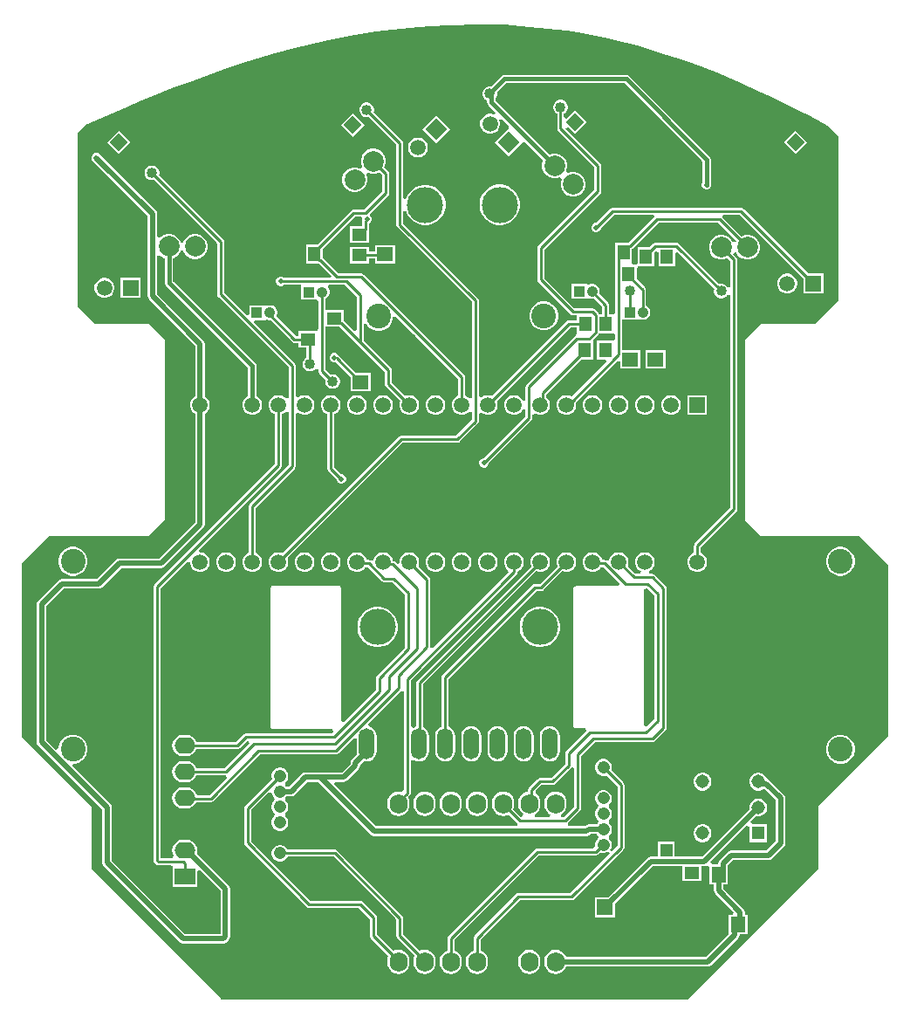
<source format=gbr>
G04*
G04 #@! TF.GenerationSoftware,Altium Limited,Altium Designer,26.2.0 (7)*
G04*
G04 Layer_Physical_Order=1*
G04 Layer_Color=255*
%FSTAX25Y25*%
%MOIN*%
G70*
G04*
G04 #@! TF.SameCoordinates,DDC7E0C6-02D7-4959-A8D0-6A7BEAAAFFDF*
G04*
G04*
G04 #@! TF.FilePolarity,Positive*
G04*
G01*
G75*
%ADD14C,0.01000*%
%ADD18R,0.05906X0.05512*%
%ADD19R,0.04724X0.05709*%
%ADD20R,0.04724X0.04724*%
%ADD21R,0.05709X0.04724*%
%ADD22P,0.06681X4X90.0*%
%ADD23R,0.05512X0.05906*%
%ADD24P,0.06681X4X360.0*%
%ADD48C,0.06102*%
%ADD49R,0.06102X0.06102*%
%ADD52C,0.02000*%
%ADD53C,0.01500*%
%ADD54C,0.04756*%
%ADD55R,0.05937X0.05937*%
%ADD56C,0.05937*%
%ADD57O,0.05906X0.11811*%
%ADD58C,0.13780*%
%ADD59C,0.07874*%
%ADD60C,0.09449*%
%ADD61C,0.05150*%
%ADD62R,0.05150X0.05150*%
%ADD63R,0.07874X0.06299*%
%ADD64O,0.07874X0.06299*%
%ADD65R,0.04134X0.04134*%
%ADD66C,0.04134*%
%ADD67R,0.05937X0.05937*%
%ADD68P,0.08396X4X360.0*%
%ADD69P,0.08396X4X90.0*%
%ADD70O,0.06787X0.07575*%
%ADD71C,0.04000*%
%ADD72C,0.02000*%
G36*
X0015799Y0203987D02*
X0022262Y0203618D01*
X0032559Y0202624D01*
X0039808Y0201678D01*
X004409Y0200988D01*
X004935Y0200026D01*
X0055733Y0198711D01*
X0067858Y0195681D01*
X007809Y0192633D01*
X0084569Y0190468D01*
X0092106Y0187677D01*
X00978Y0185416D01*
X0106203Y0181807D01*
X0112555Y017892D01*
X0117141Y0176755D01*
X0122065Y0174414D01*
X0128544Y0171174D01*
X0132329Y0169458D01*
X0138327Y0166203D01*
X0139851Y0165304D01*
X0143604Y0161632D01*
X014358Y0098519D01*
X0134746Y0089704D01*
X0114042Y0089707D01*
X0108087Y0083755D01*
X0108095Y0014432D01*
X0113804Y0008698D01*
X0151769Y0008698D01*
X0162591Y-0002126D01*
X0162596Y-0067805D01*
X0136066Y-0094348D01*
Y-0118261D01*
X0086118Y-0168213D01*
X-0092046Y-0168215D01*
X-0141833Y-0118283D01*
X-0141836Y-0094614D01*
X-0168445Y-0067989D01*
X-0168443Y-0001802D01*
X-0157992Y0008657D01*
X-0120023Y0008659D01*
X-0113876Y0014821D01*
X-0113876Y0083788D01*
X-0119785Y00897D01*
X-0140501Y0089651D01*
X-0147147Y0096284D01*
X-014714Y0162626D01*
X-0143986Y0165794D01*
X-0130753Y0171543D01*
X-0123328Y0174639D01*
X-0118517Y0176643D01*
X-0110931Y0179658D01*
X-0102335Y0182946D01*
X-0091733Y0186779D01*
X-0084902Y0189089D01*
X-0078262Y0191222D01*
X-0071879Y0193114D01*
X-0065496Y0194846D01*
X-0057156Y0196931D01*
X-0052858Y0197893D01*
X-0048095Y0198855D01*
X-0041183Y0200106D01*
X-0032939Y0201373D01*
X-0026749Y0202207D01*
X-0016789Y020325D01*
X-001193Y0203634D01*
X-0005804Y0203955D01*
X0006706Y0204228D01*
X0015799Y0203987D01*
D02*
G37*
%LPC*%
G36*
X-0041912Y0170177D02*
X-0046384Y0165705D01*
X-0041912Y0161233D01*
X-003744Y0165705D01*
X-0041912Y0170177D01*
D02*
G37*
G36*
X-0009984Y0169537D02*
X-0015314Y0164207D01*
X-0009984Y0158878D01*
X-0004655Y0164207D01*
X-0009984Y0169537D01*
D02*
G37*
G36*
X-0131275Y0163601D02*
X-0135747Y0159129D01*
X-0131275Y0154657D01*
X-0126803Y0159129D01*
X-0131275Y0163601D01*
D02*
G37*
G36*
X0127181Y0163588D02*
X0122709Y0159116D01*
X0127181Y0154644D01*
X012903Y0156493D01*
X0129223Y0156604D01*
X0129744Y0157125D01*
X0129855Y0157318D01*
X0131653Y0159116D01*
X0127181Y0163588D01*
D02*
G37*
G36*
X-0016559Y0160905D02*
X-0017551D01*
X-001851Y0160648D01*
X-0019369Y0160152D01*
X-0020071Y015945D01*
X-0020567Y0158591D01*
X-0020824Y0157632D01*
Y015664D01*
X-0020567Y0155682D01*
X-0020071Y0154822D01*
X-0019369Y0154121D01*
X-001851Y0153624D01*
X-0017551Y0153368D01*
X-0016559D01*
X-00156Y0153624D01*
X-0014741Y0154121D01*
X-001404Y0154822D01*
X-0013543Y0155682D01*
X-0013287Y015664D01*
Y0157632D01*
X-0013543Y0158591D01*
X-001404Y015945D01*
X-0014741Y0160152D01*
X-00156Y0160648D01*
X-0016559Y0160905D01*
D02*
G37*
G36*
X0062454Y0184889D02*
X0016071D01*
X0015466Y0184768D01*
X0014953Y0184426D01*
X0010932Y0180404D01*
X0010777Y0180446D01*
X001004D01*
X0009328Y0180255D01*
X0008689Y0179886D01*
X0008168Y0179365D01*
X0007799Y0178726D01*
X0007608Y0178014D01*
Y0177277D01*
X0007799Y0176565D01*
X0008168Y0175926D01*
X0008689Y0175405D01*
X0009328Y0175037D01*
X0009402Y0175017D01*
Y0174332D01*
X0009522Y0173727D01*
X0009865Y0173214D01*
X0012494Y0170585D01*
X0011952Y0169744D01*
X0010993Y0170001D01*
X0010001D01*
X0009043Y0169744D01*
X0008183Y0169247D01*
X0007482Y0168546D01*
X0006985Y0167687D01*
X0006729Y0166728D01*
Y0165736D01*
X0006985Y0164777D01*
X0007482Y0163918D01*
X0008183Y0163216D01*
X0009043Y016272D01*
X0010001Y0162463D01*
X0010993D01*
X0011952Y016272D01*
X0012811Y0163216D01*
X0013513Y0163918D01*
X0014009Y0164777D01*
X0014266Y0165736D01*
Y0166728D01*
X0014009Y0167687D01*
X0014851Y0168229D01*
X0017603Y0165476D01*
X0017568Y016449D01*
X0017371Y0164294D01*
X0012239Y0159161D01*
X0017568Y0153832D01*
X0022701Y0158964D01*
X0022898Y0159161D01*
X0023883Y0159196D01*
X0030882Y0152197D01*
X0030754Y0151975D01*
X0030431Y015077D01*
Y0149522D01*
X0030754Y0148318D01*
X0031378Y0147238D01*
X0032259Y0146356D01*
X003334Y0145732D01*
X0034544Y0145409D01*
X0035792D01*
X0036996Y0145732D01*
X0037225Y0145864D01*
X0037957Y0145132D01*
X0037825Y0144904D01*
X0037502Y0143699D01*
Y0142452D01*
X0037825Y0141247D01*
X0038449Y0140166D01*
X0039331Y0139285D01*
X0040411Y0138661D01*
X0041615Y0138338D01*
X0042863D01*
X0044067Y0138661D01*
X0045148Y0139285D01*
X004603Y0140166D01*
X0046653Y0141247D01*
X0046976Y0142452D01*
Y0143699D01*
X0046653Y0144904D01*
X004603Y0145984D01*
X0045148Y0146866D01*
X0044067Y0147489D01*
X0042863Y0147812D01*
X0041615D01*
X0040411Y0147489D01*
X0040183Y0147358D01*
X003945Y014809D01*
X0039582Y0148318D01*
X0039905Y0149522D01*
Y015077D01*
X0039582Y0151975D01*
X0038959Y0153055D01*
X0038077Y0153937D01*
X0036996Y015456D01*
X0035792Y0154883D01*
X0034544D01*
X003334Y015456D01*
X0033117Y0154432D01*
X0012563Y0174987D01*
Y017584D01*
X0012649Y0175926D01*
X0013017Y0176565D01*
X0013208Y0177277D01*
Y0178014D01*
X0013167Y0178169D01*
X0016725Y0181728D01*
X0061799D01*
X0091619Y0151908D01*
Y0143829D01*
X0091399Y0143299D01*
Y0142583D01*
X0091673Y0141921D01*
X009218Y0141415D01*
X0092841Y0141141D01*
X0093557D01*
X0094219Y0141415D01*
X0094725Y0141921D01*
X0094999Y0142583D01*
Y0143299D01*
X009478Y0143829D01*
Y0152563D01*
X0094659Y0153168D01*
X0094317Y0153681D01*
X0063571Y0184426D01*
X0063059Y0184768D01*
X0062454Y0184889D01*
D02*
G37*
G36*
X0014928Y0142983D02*
X0013413D01*
X0011928Y0142688D01*
X0010528Y0142108D01*
X0009268Y0141266D01*
X0008197Y0140195D01*
X0007356Y0138936D01*
X0006776Y0137536D01*
X0006481Y0136051D01*
Y0134536D01*
X0006776Y013305D01*
X0007356Y0131651D01*
X0008197Y0130391D01*
X0009268Y012932D01*
X0010528Y0128479D01*
X0011928Y0127899D01*
X0013413Y0127603D01*
X0014928D01*
X0016413Y0127899D01*
X0017813Y0128479D01*
X0019072Y012932D01*
X0020143Y0130391D01*
X0020985Y0131651D01*
X0021565Y013305D01*
X002186Y0134536D01*
Y0136051D01*
X0021565Y0137536D01*
X0020985Y0138936D01*
X0020143Y0140195D01*
X0019072Y0141266D01*
X0017813Y0142108D01*
X0016413Y0142688D01*
X0014928Y0142983D01*
D02*
G37*
G36*
X0037808Y0175312D02*
X003707D01*
X0036358Y0175121D01*
X003572Y0174753D01*
X0035198Y0174231D01*
X003483Y0173593D01*
X0034639Y0172881D01*
Y0172144D01*
X003483Y0171431D01*
X0035198Y0170793D01*
X003572Y0170272D01*
X0036114Y0170044D01*
Y0164349D01*
X0036214Y0163842D01*
X0036502Y0163412D01*
X0050238Y0149676D01*
Y0140972D01*
X0028994Y0119728D01*
X0028706Y0119298D01*
X0028605Y0118791D01*
Y010666D01*
X0028706Y0106153D01*
X0028994Y0105723D01*
X0041234Y0093482D01*
X0041664Y0093195D01*
X0042172Y0093094D01*
X0043694D01*
Y009114D01*
X0040625D01*
X0040118Y0091039D01*
X0039688Y0090751D01*
X0011245Y0062309D01*
X0011129Y0062375D01*
X0010171Y0062632D01*
X0009179D01*
X000822Y0062375D01*
X0007361Y0061879D01*
X000716Y0061678D01*
X000616Y0062093D01*
Y0098882D01*
X0006059Y0099389D01*
X0005772Y0099819D01*
X-0022595Y0128186D01*
Y0132746D01*
X-0021637Y0132974D01*
X-0021057Y0131575D01*
X-0020215Y0130315D01*
X-0019144Y0129244D01*
X-0017885Y0128403D01*
X-0016486Y0127823D01*
X-0015Y0127528D01*
X-0013485D01*
X-0011999Y0127823D01*
X-00106Y0128403D01*
X-0009341Y0129244D01*
X-0008269Y0130315D01*
X-0007428Y0131575D01*
X-0006848Y0132974D01*
X-0006553Y013446D01*
Y0135975D01*
X-0006848Y013746D01*
X-0007428Y013886D01*
X-0008269Y0140119D01*
X-0009341Y014119D01*
X-00106Y0142032D01*
X-0011999Y0142612D01*
X-0013485Y0142907D01*
X-0015D01*
X-0016486Y0142612D01*
X-0017885Y0142032D01*
X-0019144Y014119D01*
X-0020215Y0140119D01*
X-0021057Y013886D01*
X-0021637Y013746D01*
X-0022595Y0137689D01*
Y0158872D01*
X-0022696Y015938D01*
X-0022984Y015981D01*
X-0033931Y0170757D01*
X-0033813Y0171196D01*
Y0171933D01*
X-0034004Y0172645D01*
X-0034372Y0173284D01*
X-0034894Y0173805D01*
X-0035532Y0174174D01*
X-0036244Y0174365D01*
X-0036982D01*
X-0037694Y0174174D01*
X-0038332Y0173805D01*
X-0038854Y0173284D01*
X-0039222Y0172645D01*
X-0039413Y0171933D01*
Y0171196D01*
X-0039222Y0170484D01*
X-0038854Y0169845D01*
X-0038332Y0169324D01*
X-0037694Y0168955D01*
X-0036982Y0168765D01*
X-0036244D01*
X-0035805Y0168882D01*
X-0025246Y0158323D01*
Y0127637D01*
X-0025145Y012713D01*
X-0024858Y01267D01*
X0003509Y0098333D01*
Y0061714D01*
X0003261Y0061552D01*
X0002509Y0061359D01*
X0001989Y0061879D01*
X0001129Y0062375D01*
X0001Y006241D01*
Y0069403D01*
X0000899Y0069911D01*
X0000612Y0070341D01*
X-0037911Y0108863D01*
X-0038341Y0109151D01*
X-0038848Y0109251D01*
X-0047387D01*
X-0053328Y0115192D01*
X-0053457Y0115279D01*
Y0118389D01*
X-0041184Y0130663D01*
X-0038641D01*
X-0038372Y013026D01*
X-0038254Y0129663D01*
X-003839Y0129459D01*
X-0038491Y0128952D01*
Y012703D01*
X-0043174D01*
Y0120706D01*
X-0035865D01*
Y0125602D01*
X-003584Y012573D01*
Y0127984D01*
X-0035409Y0128162D01*
X-0034903Y0128669D01*
X-0034629Y012933D01*
Y0130046D01*
X-0034903Y0130708D01*
X-0035409Y0131214D01*
X-0035495Y0131644D01*
X-0028345Y0138793D01*
X-0028058Y0139223D01*
X-0027957Y0139731D01*
Y0147071D01*
X-0028058Y0147579D01*
X-0028345Y0148009D01*
X-0029978Y0149641D01*
X-0029717Y0150092D01*
X-0029394Y0151296D01*
Y0152544D01*
X-0029717Y0153749D01*
X-0030341Y0154829D01*
X-0031223Y0155711D01*
X-0032303Y0156334D01*
X-0033508Y0156657D01*
X-0034755D01*
X-003596Y0156334D01*
X-003704Y0155711D01*
X-0037922Y0154829D01*
X-0038546Y0153749D01*
X-0038868Y0152544D01*
Y0151296D01*
X-0038546Y0150092D01*
X-0038414Y0149864D01*
X-0039146Y0149132D01*
X-0039374Y0149263D01*
X-0040579Y0149586D01*
X-0041826D01*
X-0043031Y0149263D01*
X-0044111Y014864D01*
X-0044993Y0147758D01*
X-0045617Y0146677D01*
X-0045939Y0145473D01*
Y0144226D01*
X-0045617Y0143021D01*
X-0044993Y014194D01*
X-0044111Y0141059D01*
X-0043031Y0140435D01*
X-0041826Y0140112D01*
X-0040579D01*
X-0039374Y0140435D01*
X-0038294Y0141059D01*
X-0037412Y014194D01*
X-0036788Y0143021D01*
X-0036465Y0144226D01*
Y0145473D01*
X-0036788Y0146677D01*
X-003692Y0146906D01*
X-0036188Y0147638D01*
X-003596Y0147506D01*
X-0034755Y0147183D01*
X-0033508D01*
X-0032303Y0147506D01*
X-0031852Y0147766D01*
X-0030608Y0146522D01*
Y014028D01*
X-0037574Y0133314D01*
X-0041733D01*
X-004224Y0133213D01*
X-004267Y0132925D01*
X-0055332Y0120264D01*
X-0059781D01*
Y0112955D01*
X-0054885D01*
X-0054828Y0112944D01*
X-0050164Y010828D01*
X-0050547Y0107356D01*
X-0068246D01*
X-0068446Y0107557D01*
X-0069108Y0107831D01*
X-0069824D01*
X-0070485Y0107557D01*
X-0070992Y010705D01*
X-0071266Y0106389D01*
Y0105673D01*
X-0070992Y0105011D01*
X-0070485Y0104505D01*
X-0069824Y0104231D01*
X-0069108D01*
X-0068446Y0104505D01*
X-0068246Y0104705D01*
X-0061597D01*
Y0099092D01*
X-0055863D01*
X-0055056Y0098628D01*
Y0088034D01*
X-0055271Y0087123D01*
X-0056056Y0087123D01*
X-006258D01*
Y0085286D01*
X-0063717D01*
X-0071125Y0092694D01*
X-0070973Y0092956D01*
X-0070778Y0093686D01*
Y009444D01*
X-0070973Y009517D01*
X-0071351Y0095823D01*
X-0071885Y0096357D01*
X-0072538Y0096734D01*
X-0073267Y009693D01*
X-0074022D01*
X-0074752Y0096734D01*
X-0074778Y0096719D01*
X-0075778Y009693D01*
Y009693D01*
X-0081512D01*
Y0093415D01*
X-0082436Y0093032D01*
X-0091036Y0101633D01*
Y0121159D01*
X-0091137Y0121666D01*
X-0091424Y0122096D01*
X-0115984Y0146656D01*
X-0115866Y0147095D01*
Y0147832D01*
X-0116057Y0148544D01*
X-0116426Y0149183D01*
X-0116947Y0149704D01*
X-0117585Y0150073D01*
X-0118298Y0150263D01*
X-0119035D01*
X-0119747Y0150073D01*
X-0120385Y0149704D01*
X-0120907Y0149183D01*
X-0121275Y0148544D01*
X-0121466Y0147832D01*
Y0147095D01*
X-0121275Y0146383D01*
X-0120907Y0145744D01*
X-0120385Y0145223D01*
X-0119747Y0144854D01*
X-0119035Y0144663D01*
X-0118298D01*
X-0117858Y0144781D01*
X-0093687Y012061D01*
Y0101084D01*
X-0093586Y0100576D01*
X-0093299Y0100146D01*
X-0066483Y0073331D01*
Y0061708D01*
X-0066764Y0061528D01*
X-0067483Y0061351D01*
X-0068011Y0061879D01*
X-0068871Y0062375D01*
X-0069829Y0062632D01*
X-0070821D01*
X-007178Y0062375D01*
X-0072639Y0061879D01*
X-0073341Y0061178D01*
X-0073837Y0060318D01*
X-0074094Y005936D01*
Y0058368D01*
X-0073837Y0057409D01*
X-0073341Y005655D01*
X-0072639Y0055848D01*
X-007178Y0055352D01*
X-0071651Y0055317D01*
Y0036388D01*
X-0117737Y-0009698D01*
X-0118025Y-0010128D01*
X-0118125Y-0010635D01*
Y-0115086D01*
X-0118025Y-0115593D01*
X-0117737Y-0116023D01*
X-0117151Y-0116609D01*
X-0116721Y-0116896D01*
X-0116214Y-0116997D01*
X-0111781D01*
X-0110888Y-0117257D01*
Y-0125156D01*
X-0101414D01*
Y-0119058D01*
X-010049Y-0118676D01*
X-0092484Y-0126682D01*
Y-0143069D01*
X-0106119D01*
X-0133932Y-0115255D01*
Y-0094916D01*
X-0134072Y-0094213D01*
X-013447Y-0093618D01*
X-014899Y-0079098D01*
X-0148576Y-0078098D01*
X-0148107D01*
X-0146702Y-0077722D01*
X-0145443Y-0076994D01*
X-0144414Y-0075966D01*
X-0143687Y-0074706D01*
X-014331Y-0073301D01*
Y-0071846D01*
X-0143687Y-0070441D01*
X-0144414Y-0069182D01*
X-0145443Y-0068153D01*
X-0146702Y-0067426D01*
X-0148107Y-0067049D01*
X-0149562D01*
X-0150967Y-0067426D01*
X-0152227Y-0068153D01*
X-0153255Y-0069182D01*
X-0153983Y-0070441D01*
X-0154359Y-0071846D01*
Y-0072315D01*
X-0155359Y-0072729D01*
X-0159034Y-0069054D01*
Y-0017988D01*
X-0152319Y-0011273D01*
X-0139013D01*
X-0138311Y-0011134D01*
X-0137715Y-0010736D01*
X-0130463Y-0003483D01*
X-011521D01*
X-0114507Y-0003344D01*
X-0113912Y-0002946D01*
X-0099028Y0011939D01*
X-009863Y0012534D01*
X-009849Y0013237D01*
Y0055572D01*
X-0098011Y0055848D01*
X-009731Y005655D01*
X-0096813Y0057409D01*
X-0096557Y0058368D01*
Y005936D01*
X-0096813Y0060318D01*
X-009731Y0061178D01*
X-0098011Y0061879D01*
X-009849Y0062156D01*
Y0082304D01*
X-009863Y0083006D01*
X-0099028Y0083601D01*
X-0116618Y0101191D01*
Y0115667D01*
X-0115618Y0116081D01*
X-0115112Y0115576D01*
X-0114032Y0114952D01*
X-0113784Y0114886D01*
Y0105589D01*
X-0113664Y0104984D01*
X-0113321Y0104472D01*
X-0081906Y0073056D01*
Y0062303D01*
X-0082639Y0061879D01*
X-0083341Y0061178D01*
X-0083837Y0060318D01*
X-0084094Y005936D01*
Y0058368D01*
X-0083837Y0057409D01*
X-0083341Y005655D01*
X-0082639Y0055848D01*
X-008178Y0055352D01*
X-0080821Y0055095D01*
X-0079829D01*
X-0078871Y0055352D01*
X-0078011Y0055848D01*
X-007731Y005655D01*
X-0076814Y0057409D01*
X-0076557Y0058368D01*
Y005936D01*
X-0076814Y0060318D01*
X-007731Y0061178D01*
X-0078011Y0061879D01*
X-0078745Y0062303D01*
Y007371D01*
X-0078865Y0074315D01*
X-0079208Y0074828D01*
X-0110624Y0106244D01*
Y0114886D01*
X-0110375Y0114952D01*
X-0109295Y0115576D01*
X-0108413Y0116458D01*
X-010779Y0117538D01*
X-0107722Y0117792D01*
X-0106686D01*
X-0106618Y0117538D01*
X-0105994Y0116458D01*
X-0105113Y0115576D01*
X-0104032Y0114952D01*
X-0102828Y0114629D01*
X-010158D01*
X-0100375Y0114952D01*
X-0099295Y0115576D01*
X-0098413Y0116458D01*
X-009779Y0117538D01*
X-0097467Y0118743D01*
Y011999D01*
X-009779Y0121195D01*
X-0098413Y0122275D01*
X-0099295Y0123157D01*
X-0100375Y0123781D01*
X-010158Y0124103D01*
X-0102828D01*
X-0104032Y0123781D01*
X-0105113Y0123157D01*
X-0105994Y0122275D01*
X-0106618Y0121195D01*
X-0106686Y012094D01*
X-0107722D01*
X-010779Y0121195D01*
X-0108413Y0122275D01*
X-0109295Y0123157D01*
X-0110375Y0123781D01*
X-011158Y0124103D01*
X-0112828D01*
X-0114032Y0123781D01*
X-0115112Y0123157D01*
X-0115618Y0122652D01*
X-0116618Y0123066D01*
Y0131688D01*
X-0116757Y013239D01*
X-0117155Y0132986D01*
X-0138353Y0154184D01*
X-0138373Y0154232D01*
X-0138879Y0154738D01*
X-0139541Y0155012D01*
X-0140257D01*
X-0140919Y0154738D01*
X-0141425Y0154232D01*
X-0141579Y0153859D01*
X-0141594Y0153837D01*
X-01416Y015381D01*
X-0141699Y015357D01*
Y015331D01*
X-0141734Y0153134D01*
X-0141699Y0152958D01*
Y0152854D01*
X-0141659Y0152758D01*
X-0141594Y0152432D01*
X-0141197Y0151837D01*
X-0120288Y0130928D01*
Y0100431D01*
X-0120148Y0099729D01*
X-011975Y0099133D01*
X-0102161Y0081543D01*
Y0062156D01*
X-0102639Y0061879D01*
X-0103341Y0061178D01*
X-0103837Y0060318D01*
X-0104094Y005936D01*
Y0058368D01*
X-0103837Y0057409D01*
X-0103341Y005655D01*
X-0102639Y0055848D01*
X-0102161Y0055572D01*
Y0013997D01*
X-011597Y0000187D01*
X-0131223D01*
X-0131926Y0000048D01*
X-0132521Y-000035D01*
X-0139773Y-0007603D01*
X-0153079D01*
X-0153782Y-0007742D01*
X-0154377Y-000814D01*
X-0162167Y-001593D01*
X-0162565Y-0016526D01*
X-0162705Y-0017228D01*
Y-0069814D01*
X-0162565Y-0070517D01*
X-0162167Y-0071112D01*
X-0137603Y-0095676D01*
Y-0116015D01*
X-0137463Y-0116717D01*
X-0137065Y-0117313D01*
X-0108177Y-0146202D01*
X-0107581Y-0146599D01*
X-0106879Y-0146739D01*
X-0091234D01*
X-0090532Y-0146599D01*
X-0089937Y-0146202D01*
X-0089351Y-0145616D01*
X-0088953Y-014502D01*
X-0088813Y-0144318D01*
Y-0125922D01*
X-0088953Y-012522D01*
X-0089351Y-0124624D01*
X-0101581Y-0112394D01*
X-0101516Y-0112238D01*
X-010138Y-0111207D01*
X-0101516Y-0110176D01*
X-0101914Y-0109215D01*
X-0102547Y-010839D01*
X-0103372Y-0107757D01*
X-0104333Y-0107359D01*
X-0105364Y-0107223D01*
X-0106939D01*
X-010797Y-0107359D01*
X-010893Y-0107757D01*
X-0109756Y-010839D01*
X-0110389Y-0109215D01*
X-0110786Y-0110176D01*
X-0110922Y-0111207D01*
X-0110786Y-0112238D01*
X-0110389Y-0113198D01*
X-0110275Y-0113346D01*
X-0110768Y-0114346D01*
X-0115474D01*
Y-0011185D01*
X-0105094Y-0000804D01*
X-0104094Y-0001218D01*
Y-0001632D01*
X-0103837Y-0002591D01*
X-0103341Y-000345D01*
X-0102639Y-0004152D01*
X-010178Y-0004648D01*
X-0100821Y-0004905D01*
X-0099829D01*
X-0098871Y-0004648D01*
X-0098011Y-0004152D01*
X-009731Y-000345D01*
X-0096813Y-0002591D01*
X-0096557Y-0001632D01*
Y-000064D01*
X-0096813Y0000318D01*
X-009731Y0001178D01*
X-0098011Y0001879D01*
X-0098871Y0002376D01*
X-0099829Y0002632D01*
X-0100244D01*
X-0100658Y0003632D01*
X-0069388Y0034902D01*
X-0069101Y0035332D01*
X-0069Y0035839D01*
Y0055317D01*
X-0068871Y0055352D01*
X-0068011Y0055848D01*
X-0067483Y0056376D01*
X-0066764Y0056199D01*
X-0066483Y0056019D01*
Y0035897D01*
X-0081262Y0021118D01*
X-008155Y0020688D01*
X-0081651Y0020181D01*
Y000241D01*
X-008178Y0002376D01*
X-0082639Y0001879D01*
X-0083341Y0001178D01*
X-0083837Y0000318D01*
X-0084094Y-000064D01*
Y-0001632D01*
X-0083837Y-0002591D01*
X-0083341Y-000345D01*
X-0082639Y-0004152D01*
X-008178Y-0004648D01*
X-0080821Y-0004905D01*
X-0079829D01*
X-0078871Y-0004648D01*
X-0078011Y-0004152D01*
X-007731Y-000345D01*
X-0076814Y-0002591D01*
X-0076557Y-0001632D01*
Y-000064D01*
X-0076814Y0000318D01*
X-007731Y0001178D01*
X-0078011Y0001879D01*
X-0078871Y0002376D01*
X-0079Y000241D01*
Y0019632D01*
X-0064221Y0034411D01*
X-0063933Y0034841D01*
X-0063832Y0035348D01*
Y0055627D01*
X-0062832Y0056042D01*
X-0062639Y0055848D01*
X-006178Y0055352D01*
X-0060821Y0055095D01*
X-0059829D01*
X-0058871Y0055352D01*
X-0058011Y0055848D01*
X-005731Y005655D01*
X-0056814Y0057409D01*
X-0056557Y0058368D01*
Y005936D01*
X-0056814Y0060318D01*
X-005731Y0061178D01*
X-0058011Y0061879D01*
X-0058871Y0062375D01*
X-0059829Y0062632D01*
X-0060821D01*
X-006178Y0062375D01*
X-0062639Y0061879D01*
X-0062832Y0061686D01*
X-0063832Y00621D01*
Y007388D01*
X-0063832Y007388D01*
X-0063933Y0074387D01*
X-0064221Y0074817D01*
X-0079676Y0090272D01*
X-0079293Y0091196D01*
X-0075778D01*
Y0091196D01*
X-0074778Y0091407D01*
X-0074752Y0091391D01*
X-0074022Y0091196D01*
X-0073376D01*
X-0065203Y0083023D01*
X-0064773Y0082736D01*
X-0064266Y0082635D01*
X-006258D01*
Y0080798D01*
X-0059631D01*
Y0076983D01*
X-0060025Y0076755D01*
X-0060546Y0076234D01*
X-0060915Y0075596D01*
X-0061106Y0074884D01*
Y0074146D01*
X-0060915Y0073434D01*
X-0060546Y0072796D01*
X-0060025Y0072274D01*
X-0059387Y0071906D01*
X-0058675Y0071715D01*
X-0057937D01*
X-0057225Y0071906D01*
X-0056587Y0072274D01*
X-0056065Y0072796D01*
X-0056056Y0072812D01*
X-0055056Y0072544D01*
Y0071869D01*
X-0054955Y0071362D01*
X-0054668Y0070932D01*
X-005232Y0068585D01*
X-0052438Y0068145D01*
Y0067408D01*
X-0052247Y0066696D01*
X-0051878Y0066057D01*
X-0051357Y0065536D01*
X-0050718Y0065168D01*
X-0050006Y0064977D01*
X-0049269D01*
X-0048557Y0065168D01*
X-0047918Y0065536D01*
X-0047397Y0066057D01*
X-0047029Y0066696D01*
X-0046838Y0067408D01*
Y0068145D01*
X-0047029Y0068858D01*
X-0047397Y0069496D01*
X-0047918Y0070017D01*
X-0048557Y0070386D01*
X-0049269Y0070577D01*
X-0050006D01*
X-0050446Y0070459D01*
X-0052405Y0072418D01*
Y0088781D01*
X-0047279D01*
X-0047151Y0088756D01*
X-0046961D01*
X-0040151Y0081946D01*
X-0029695Y007149D01*
Y0066908D01*
X-0029594Y00664D01*
X-0029306Y006597D01*
X-002377Y0060434D01*
X-0023837Y0060318D01*
X-0024094Y005936D01*
Y0058368D01*
X-0023837Y0057409D01*
X-0023341Y005655D01*
X-0022639Y0055848D01*
X-002178Y0055352D01*
X-0020821Y0055095D01*
X-0019829D01*
X-0018871Y0055352D01*
X-0018011Y0055848D01*
X-001731Y005655D01*
X-0016814Y0057409D01*
X-0016557Y0058368D01*
Y005936D01*
X-0016814Y0060318D01*
X-001731Y0061178D01*
X-0018011Y0061879D01*
X-0018871Y0062375D01*
X-0019829Y0062632D01*
X-0020821D01*
X-002178Y0062375D01*
X-0021895Y0062309D01*
X-0027044Y0067457D01*
Y0072039D01*
X-0027145Y0072546D01*
X-0027432Y0072976D01*
X-0037888Y0083432D01*
Y0089644D01*
X-0036888Y0089912D01*
X-0036507Y0089253D01*
X-0035479Y0088224D01*
X-0034219Y0087497D01*
X-0032814Y008712D01*
X-0031359D01*
X-0029954Y0087497D01*
X-0028694Y0088224D01*
X-0027666Y0089253D01*
X-0026939Y0090513D01*
X-0026562Y0091918D01*
Y0092352D01*
X-0025562Y0092766D01*
X-0001651Y0068854D01*
Y006241D01*
X-000178Y0062375D01*
X-0002639Y0061879D01*
X-0003341Y0061178D01*
X-0003837Y0060318D01*
X-0004094Y005936D01*
Y0058368D01*
X-0003837Y0057409D01*
X-0003341Y005655D01*
X-0002639Y0055848D01*
X-000178Y0055352D01*
X-0000821Y0055095D01*
X0000171D01*
X0001129Y0055352D01*
X0001989Y0055848D01*
X0002509Y0056369D01*
X0003261Y0056176D01*
X0003509Y0056014D01*
Y005317D01*
X-0002599Y0047061D01*
X-0023453D01*
X-0023961Y004696D01*
X-0024391Y0046673D01*
X-0068755Y0002309D01*
X-0068871Y0002376D01*
X-0069829Y0002632D01*
X-0070821D01*
X-007178Y0002376D01*
X-0072639Y0001879D01*
X-0073341Y0001178D01*
X-0073837Y0000318D01*
X-0074094Y-000064D01*
Y-0001632D01*
X-0073837Y-0002591D01*
X-0073341Y-000345D01*
X-0072639Y-0004152D01*
X-007178Y-0004648D01*
X-0070821Y-0004905D01*
X-0069829D01*
X-0068871Y-0004648D01*
X-0068011Y-0004152D01*
X-006731Y-000345D01*
X-0066813Y-0002591D01*
X-0066557Y-0001632D01*
Y-000064D01*
X-0066813Y0000318D01*
X-006688Y0000434D01*
X-0022905Y004441D01*
X-000205D01*
X-0001543Y0044511D01*
X-0001113Y0044798D01*
X0005772Y0051683D01*
X0006059Y0052113D01*
X000616Y0052621D01*
Y0055635D01*
X000716Y0056049D01*
X0007361Y0055848D01*
X000822Y0055352D01*
X0009179Y0055095D01*
X0010171D01*
X0011129Y0055352D01*
X0011989Y0055848D01*
X001269Y005655D01*
X0013186Y0057409D01*
X0013443Y0058368D01*
Y005936D01*
X0013186Y0060318D01*
X001312Y0060434D01*
X0041174Y0088489D01*
X0043694D01*
Y008616D01*
X0043316Y0085316D01*
X0043215Y0085296D01*
X0042785Y0085009D01*
X0024469Y0066693D01*
X0024182Y0066263D01*
X0024081Y0065756D01*
Y0060671D01*
X0023851Y006058D01*
X0023081Y0060501D01*
X002269Y0061178D01*
X0021989Y0061879D01*
X0021129Y0062375D01*
X0020171Y0062632D01*
X0019179D01*
X001822Y0062375D01*
X0017361Y0061879D01*
X0016659Y0061178D01*
X0016163Y0060318D01*
X0015906Y005936D01*
Y0058368D01*
X0016163Y0057409D01*
X0016659Y005655D01*
X0017361Y0055848D01*
X001822Y0055352D01*
X0019179Y0055095D01*
X0020171D01*
X0021129Y0055352D01*
X0021989Y0055848D01*
X002269Y005655D01*
X0023081Y0057226D01*
X0023851Y0057148D01*
X0024081Y0057057D01*
Y0054479D01*
X0008168Y0038566D01*
X0007884D01*
X0007222Y0038292D01*
X0006716Y0037786D01*
X0006442Y0037124D01*
Y0036408D01*
X0006716Y0035746D01*
X0007222Y003524D01*
X0007884Y0034966D01*
X00086D01*
X0009262Y003524D01*
X0009768Y0035746D01*
X0010042Y0036408D01*
Y0036692D01*
X0026344Y0052993D01*
X0026631Y0053423D01*
X0026732Y005393D01*
Y0055151D01*
X0027732Y0055634D01*
X002822Y0055352D01*
X0029179Y0055095D01*
X0030171D01*
X0031129Y0055352D01*
X0031989Y0055848D01*
X003269Y005655D01*
X0033187Y0057409D01*
X0033443Y0058368D01*
Y005936D01*
X0033187Y0060318D01*
X003269Y0061178D01*
X0031989Y0061879D01*
X0031948Y0062876D01*
X0045335Y0076263D01*
X0049785D01*
Y0083572D01*
X0049785Y0083572D01*
X0049785D01*
X0050398Y008428D01*
X0051801Y0085682D01*
X0052088Y0086112D01*
X0052097Y008616D01*
X0057349D01*
X0057893Y008616D01*
X0058349Y0085349D01*
Y0084286D01*
X0057659Y0083572D01*
X0051335D01*
Y0076263D01*
X0054716D01*
X0055099Y0075339D01*
X0041767Y0062007D01*
X0041129Y0062375D01*
X0040171Y0062632D01*
X0039179D01*
X003822Y0062375D01*
X0037361Y0061879D01*
X0036659Y0061178D01*
X0036163Y0060318D01*
X0035906Y005936D01*
Y0058368D01*
X0036163Y0057409D01*
X0036659Y005655D01*
X0037361Y0055848D01*
X003822Y0055352D01*
X0039179Y0055095D01*
X0040171D01*
X0041129Y0055352D01*
X0041989Y0055848D01*
X004269Y005655D01*
X0043187Y0057409D01*
X0043443Y0058368D01*
Y005936D01*
X0043322Y0059813D01*
X0059409Y00759D01*
X0060333Y0075517D01*
Y007268D01*
X0067839D01*
Y0079792D01*
X0061D01*
Y0091343D01*
X0066649D01*
Y0091343D01*
X0067649Y0091554D01*
X0067676Y0091539D01*
X0068405Y0091343D01*
X006916D01*
X0069889Y0091539D01*
X0070543Y0091916D01*
X0071076Y009245D01*
X0071454Y0093104D01*
X0071649Y0093833D01*
Y0094588D01*
X0071454Y0095317D01*
X0071076Y0095971D01*
X0070543Y0096504D01*
X0070108Y0096755D01*
Y0102919D01*
X0070007Y0103426D01*
X0069719Y0103856D01*
X0066561Y0107015D01*
Y011092D01*
X0066831Y0111516D01*
X0066943Y0111761D01*
X0067276Y0111761D01*
X0073268D01*
Y0116988D01*
X0073873Y0117466D01*
X0074817Y0117049D01*
Y0111761D01*
X0081142D01*
Y0116853D01*
X0082066Y0117236D01*
X0096157Y0103144D01*
X0096039Y0102705D01*
Y0101968D01*
X009623Y0101256D01*
X0096599Y0100617D01*
X009712Y0100096D01*
X0097759Y0099727D01*
X0098471Y0099537D01*
X0099208D01*
X009992Y0099727D01*
X0100559Y0100096D01*
X010108Y0100617D01*
X0101297Y0100993D01*
X0102297Y0100725D01*
Y0019597D01*
X0088738Y0006037D01*
X008845Y0005607D01*
X0088349Y00051D01*
Y000241D01*
X008822Y0002376D01*
X0087361Y0001879D01*
X0086659Y0001178D01*
X0086163Y0000318D01*
X0085906Y-000064D01*
Y-0001632D01*
X0086163Y-0002591D01*
X0086659Y-000345D01*
X0087361Y-0004152D01*
X008822Y-0004648D01*
X0089179Y-0004905D01*
X0090171D01*
X0091129Y-0004648D01*
X0091989Y-0004152D01*
X009269Y-000345D01*
X0093186Y-0002591D01*
X0093443Y-0001632D01*
Y-000064D01*
X0093186Y0000318D01*
X009269Y0001178D01*
X0091989Y0001879D01*
X0091129Y0002376D01*
X0091Y000241D01*
Y0004551D01*
X010456Y001811D01*
X0104847Y001854D01*
X0104948Y0019048D01*
Y0114322D01*
X0104847Y011483D01*
X010456Y011526D01*
X0103308Y0116511D01*
X0103512Y0116964D01*
X0103813Y0117048D01*
X0104615Y011698D01*
X0105093Y0116152D01*
X0105975Y011527D01*
X0107055Y0114647D01*
X010826Y0114324D01*
X0109508D01*
X0110712Y0114647D01*
X0111793Y011527D01*
X0112674Y0116152D01*
X0113298Y0117233D01*
X0113621Y0118437D01*
Y0119685D01*
X0113298Y0120889D01*
X0112674Y012197D01*
X0111793Y0122852D01*
X0110712Y0123475D01*
X0109508Y0123798D01*
X010826D01*
X0107055Y0123475D01*
X0106605Y0123215D01*
X009921Y0130609D01*
X0099322Y0131171D01*
X0099583Y0131609D01*
X0105797D01*
X0130294Y0107113D01*
Y010145D01*
X0137831D01*
Y0108987D01*
X0132168D01*
X0107284Y0133872D01*
X0106854Y0134159D01*
X0106346Y013426D01*
X0057404D01*
X0056897Y0134159D01*
X0056467Y0133872D01*
X0050938Y0128343D01*
X0050655D01*
X0049993Y0128069D01*
X0049487Y0127562D01*
X0049213Y0126901D01*
Y0126185D01*
X0049487Y0125523D01*
X0049993Y0125017D01*
X0050655Y0124743D01*
X0051371D01*
X0052032Y0125017D01*
X0052539Y0125523D01*
X0052813Y0126185D01*
Y0126468D01*
X0057953Y0131609D01*
X0072853D01*
X0073115Y0131171D01*
X0073226Y0130609D01*
X0063327Y012071D01*
X006327Y0120699D01*
X0058374D01*
Y011531D01*
X0058349Y0115182D01*
Y009428D01*
X0057893Y0093468D01*
X0057349Y0093468D01*
X0056056D01*
Y0096961D01*
X0055955Y0097468D01*
X0055668Y0097898D01*
X0052184Y0101382D01*
X0052314Y0101867D01*
Y0102621D01*
X0052118Y0103351D01*
X0051741Y0104004D01*
X0051207Y0104538D01*
X0050553Y0104916D01*
X0049824Y0105111D01*
X0049069D01*
X004834Y0104916D01*
X0048314Y01049D01*
X0047314Y0105111D01*
Y0105111D01*
X004158D01*
Y0099377D01*
X0047314D01*
Y0099377D01*
X0048314Y0099588D01*
X004834Y0099572D01*
X0049069Y0099377D01*
X0049824D01*
X0050309Y0099507D01*
X0053405Y0096412D01*
Y0093468D01*
X0052105D01*
X0052088Y0093552D01*
X0051801Y0093982D01*
X0050426Y0095357D01*
X0049996Y0095644D01*
X0049489Y0095745D01*
X0042721D01*
X0031256Y0107209D01*
Y0118242D01*
X0052501Y0139486D01*
X0052788Y0139916D01*
X0052889Y0140423D01*
Y0150225D01*
X0052788Y0150732D01*
X0052501Y0151162D01*
X0039324Y0164338D01*
X0039355Y0164491D01*
X004044Y016482D01*
X0042798Y0162462D01*
X004727Y0166934D01*
X0042798Y0171406D01*
X0039688Y0168297D01*
X0038764Y0168679D01*
Y0170044D01*
X0039158Y0170272D01*
X003968Y0170793D01*
X0040048Y0171431D01*
X0040239Y0172144D01*
Y0172881D01*
X0040048Y0173593D01*
X003968Y0174231D01*
X0039158Y0174753D01*
X003852Y0175121D01*
X0037808Y0175312D01*
D02*
G37*
G36*
X-0025828Y0119904D02*
X-0033334D01*
Y011732D01*
X-0035865D01*
Y0119156D01*
X-0043174D01*
Y0112832D01*
X-0035865D01*
Y0114669D01*
X-0033334D01*
Y0112792D01*
X-0025828D01*
Y0119904D01*
D02*
G37*
G36*
X0124558Y0108987D02*
X0123566D01*
X0122608Y0108731D01*
X0121748Y0108234D01*
X0121047Y0107533D01*
X0120551Y0106674D01*
X0120294Y0105715D01*
Y0104723D01*
X0120551Y0103764D01*
X0121047Y0102905D01*
X0121748Y0102203D01*
X0122608Y0101707D01*
X0123566Y010145D01*
X0124558D01*
X0125517Y0101707D01*
X0126376Y0102203D01*
X0127078Y0102905D01*
X0127574Y0103764D01*
X0127831Y0104723D01*
Y0105715D01*
X0127574Y0106674D01*
X0127078Y0107533D01*
X0126376Y0108234D01*
X0125517Y0108731D01*
X0124558Y0108987D01*
D02*
G37*
G36*
X-0123035Y0107329D02*
X-0130572D01*
Y0099792D01*
X-0123035D01*
Y0107329D01*
D02*
G37*
G36*
X-0136307D02*
X-0137299D01*
X-0138258Y0107073D01*
X-0139117Y0106577D01*
X-0139819Y0105875D01*
X-0140315Y0105016D01*
X-0140572Y0104057D01*
Y0103065D01*
X-0140315Y0102106D01*
X-0139819Y0101247D01*
X-0139117Y0100546D01*
X-0138258Y0100049D01*
X-0137299Y0099792D01*
X-0136307D01*
X-0135349Y0100049D01*
X-0134489Y0100546D01*
X-0133788Y0101247D01*
X-0133291Y0102106D01*
X-0133035Y0103065D01*
Y0104057D01*
X-0133291Y0105016D01*
X-0133788Y0105875D01*
X-0134489Y0106577D01*
X-0135349Y0107073D01*
X-0136307Y0107329D01*
D02*
G37*
G36*
X0031764Y0098361D02*
X003031D01*
X0028905Y0097985D01*
X0027645Y0097258D01*
X0026616Y0096229D01*
X0025889Y0094969D01*
X0025513Y0093564D01*
Y009211D01*
X0025889Y0090705D01*
X0026616Y0089445D01*
X0027645Y0088416D01*
X0028905Y0087689D01*
X003031Y0087313D01*
X0031764D01*
X0033169Y0087689D01*
X0034429Y0088416D01*
X0035458Y0089445D01*
X0036185Y0090705D01*
X0036561Y009211D01*
Y0093564D01*
X0036185Y0094969D01*
X0035458Y0096229D01*
X0034429Y0097258D01*
X0033169Y0097985D01*
X0031764Y0098361D01*
D02*
G37*
G36*
X0077498Y0079781D02*
X0069993D01*
Y0072669D01*
X0077498D01*
Y0079781D01*
D02*
G37*
G36*
X-004861Y0078645D02*
X-0049327D01*
X-0049988Y0078371D01*
X-0050494Y0077864D01*
X-0050769Y0077203D01*
Y0076487D01*
X-0050494Y0075825D01*
X-0049988Y0075319D01*
X-0049327Y0075045D01*
X-004861D01*
X-0048514Y0075085D01*
X-0042712Y0069283D01*
Y0064046D01*
X-0035207D01*
Y0071157D01*
X-0040838D01*
X-0047271Y0077591D01*
X-0047351Y0077644D01*
X-0047442Y0077864D01*
X-0047949Y0078371D01*
X-004861Y0078645D01*
D02*
G37*
G36*
X0093443Y0062632D02*
X0085906D01*
Y0055095D01*
X0093443D01*
Y0062632D01*
D02*
G37*
G36*
X0080171D02*
X0079179D01*
X007822Y0062375D01*
X0077361Y0061879D01*
X0076659Y0061178D01*
X0076163Y0060318D01*
X0075906Y005936D01*
Y0058368D01*
X0076163Y0057409D01*
X0076659Y005655D01*
X0077361Y0055848D01*
X007822Y0055352D01*
X0079179Y0055095D01*
X0080171D01*
X0081129Y0055352D01*
X0081989Y0055848D01*
X008269Y005655D01*
X0083187Y0057409D01*
X0083443Y0058368D01*
Y005936D01*
X0083187Y0060318D01*
X008269Y0061178D01*
X0081989Y0061879D01*
X0081129Y0062375D01*
X0080171Y0062632D01*
D02*
G37*
G36*
X0070171D02*
X0069179D01*
X006822Y0062375D01*
X0067361Y0061879D01*
X0066659Y0061178D01*
X0066163Y0060318D01*
X0065906Y005936D01*
Y0058368D01*
X0066163Y0057409D01*
X0066659Y005655D01*
X0067361Y0055848D01*
X006822Y0055352D01*
X0069179Y0055095D01*
X0070171D01*
X0071129Y0055352D01*
X0071989Y0055848D01*
X007269Y005655D01*
X0073186Y0057409D01*
X0073443Y0058368D01*
Y005936D01*
X0073186Y0060318D01*
X007269Y0061178D01*
X0071989Y0061879D01*
X0071129Y0062375D01*
X0070171Y0062632D01*
D02*
G37*
G36*
X0060171D02*
X0059179D01*
X005822Y0062375D01*
X0057361Y0061879D01*
X0056659Y0061178D01*
X0056163Y0060318D01*
X0055906Y005936D01*
Y0058368D01*
X0056163Y0057409D01*
X0056659Y005655D01*
X0057361Y0055848D01*
X005822Y0055352D01*
X0059179Y0055095D01*
X0060171D01*
X0061129Y0055352D01*
X0061989Y0055848D01*
X006269Y005655D01*
X0063187Y0057409D01*
X0063443Y0058368D01*
Y005936D01*
X0063187Y0060318D01*
X006269Y0061178D01*
X0061989Y0061879D01*
X0061129Y0062375D01*
X0060171Y0062632D01*
D02*
G37*
G36*
X0050171D02*
X0049179D01*
X004822Y0062375D01*
X0047361Y0061879D01*
X0046659Y0061178D01*
X0046163Y0060318D01*
X0045906Y005936D01*
Y0058368D01*
X0046163Y0057409D01*
X0046659Y005655D01*
X0047361Y0055848D01*
X004822Y0055352D01*
X0049179Y0055095D01*
X0050171D01*
X0051129Y0055352D01*
X0051989Y0055848D01*
X005269Y005655D01*
X0053187Y0057409D01*
X0053443Y0058368D01*
Y005936D01*
X0053187Y0060318D01*
X005269Y0061178D01*
X0051989Y0061879D01*
X0051129Y0062375D01*
X0050171Y0062632D01*
D02*
G37*
G36*
X-0009829D02*
X-0010821D01*
X-001178Y0062375D01*
X-0012639Y0061879D01*
X-0013341Y0061178D01*
X-0013837Y0060318D01*
X-0014094Y005936D01*
Y0058368D01*
X-0013837Y0057409D01*
X-0013341Y005655D01*
X-0012639Y0055848D01*
X-001178Y0055352D01*
X-0010821Y0055095D01*
X-0009829D01*
X-0008871Y0055352D01*
X-0008011Y0055848D01*
X-000731Y005655D01*
X-0006814Y0057409D01*
X-0006557Y0058368D01*
Y005936D01*
X-0006814Y0060318D01*
X-000731Y0061178D01*
X-0008011Y0061879D01*
X-0008871Y0062375D01*
X-0009829Y0062632D01*
D02*
G37*
G36*
X-0029829D02*
X-0030821D01*
X-003178Y0062375D01*
X-0032639Y0061879D01*
X-0033341Y0061178D01*
X-0033837Y0060318D01*
X-0034094Y005936D01*
Y0058368D01*
X-0033837Y0057409D01*
X-0033341Y005655D01*
X-0032639Y0055848D01*
X-003178Y0055352D01*
X-0030821Y0055095D01*
X-0029829D01*
X-0028871Y0055352D01*
X-0028011Y0055848D01*
X-002731Y005655D01*
X-0026814Y0057409D01*
X-0026557Y0058368D01*
Y005936D01*
X-0026814Y0060318D01*
X-002731Y0061178D01*
X-0028011Y0061879D01*
X-0028871Y0062375D01*
X-0029829Y0062632D01*
D02*
G37*
G36*
X-0039829D02*
X-0040821D01*
X-004178Y0062375D01*
X-0042639Y0061879D01*
X-0043341Y0061178D01*
X-0043837Y0060318D01*
X-0044094Y005936D01*
Y0058368D01*
X-0043837Y0057409D01*
X-0043341Y005655D01*
X-0042639Y0055848D01*
X-004178Y0055352D01*
X-0040821Y0055095D01*
X-0039829D01*
X-0038871Y0055352D01*
X-0038011Y0055848D01*
X-003731Y005655D01*
X-0036814Y0057409D01*
X-0036557Y0058368D01*
Y005936D01*
X-0036814Y0060318D01*
X-003731Y0061178D01*
X-0038011Y0061879D01*
X-0038871Y0062375D01*
X-0039829Y0062632D01*
D02*
G37*
G36*
X-0049829D02*
X-0050821D01*
X-005178Y0062375D01*
X-0052639Y0061879D01*
X-0053341Y0061178D01*
X-0053837Y0060318D01*
X-0054094Y005936D01*
Y0058368D01*
X-0053837Y0057409D01*
X-0053341Y005655D01*
X-0052639Y0055848D01*
X-005178Y0055352D01*
X-0051651Y0055317D01*
Y0034558D01*
X-005155Y0034051D01*
X-0051262Y0033621D01*
X-0048109Y0030467D01*
Y0030183D01*
X-0047835Y0029522D01*
X-0047328Y0029015D01*
X-0046667Y0028741D01*
X-0045951D01*
X-0045289Y0029015D01*
X-0044783Y0029522D01*
X-0044509Y0030183D01*
Y0030899D01*
X-0044783Y0031561D01*
X-0045289Y0032067D01*
X-0045951Y0032341D01*
X-0046234D01*
X-0049Y0035107D01*
Y0055317D01*
X-0048871Y0055352D01*
X-0048011Y0055848D01*
X-004731Y005655D01*
X-0046813Y0057409D01*
X-0046557Y0058368D01*
Y005936D01*
X-0046813Y0060318D01*
X-004731Y0061178D01*
X-0048011Y0061879D01*
X-0048871Y0062375D01*
X-0049829Y0062632D01*
D02*
G37*
G36*
X0040171Y0002632D02*
X0039179D01*
X003822Y0002376D01*
X0037361Y0001879D01*
X0036659Y0001178D01*
X0036163Y0000318D01*
X0035906Y-000064D01*
Y-0001632D01*
X0036163Y-0002591D01*
X003623Y-0002707D01*
X0029454Y-0009483D01*
X00277D01*
X0027193Y-0009584D01*
X0026763Y-0009871D01*
X-0007723Y-0044357D01*
X-000801Y-0044787D01*
X-0008111Y-0045294D01*
Y-0064077D01*
X-000854Y-0064255D01*
X-0009324Y-0064856D01*
X-0009925Y-006564D01*
X-0010303Y-0066553D01*
X-0010432Y-0067533D01*
Y-0073438D01*
X-0010303Y-0074418D01*
X-0009925Y-0075331D01*
X-0009324Y-0076115D01*
X-000854Y-0076716D01*
X-0007627Y-0077094D01*
X-0006647Y-0077223D01*
X-0005668Y-0077094D01*
X-0004755Y-0076716D01*
X-0003971Y-0076115D01*
X-0003369Y-0075331D01*
X-0002991Y-0074418D01*
X-0002862Y-0073438D01*
Y-0067533D01*
X-0002991Y-0066553D01*
X-0003369Y-006564D01*
X-0003971Y-0064856D01*
X-0004755Y-0064255D01*
X-000546Y-0063963D01*
Y-0045843D01*
X0028249Y-0012134D01*
X0030003D01*
X003051Y-0012033D01*
X003094Y-0011746D01*
X0038105Y-0004581D01*
X003822Y-0004648D01*
X0039179Y-0004905D01*
X0040171D01*
X0041129Y-0004648D01*
X0041989Y-0004152D01*
X004269Y-000345D01*
X0043187Y-0002591D01*
X0043443Y-0001632D01*
Y-000064D01*
X0043187Y0000318D01*
X004269Y0001178D01*
X0041989Y0001879D01*
X0041129Y0002376D01*
X0040171Y0002632D01*
D02*
G37*
G36*
X0010171D02*
X0009179D01*
X000822Y0002376D01*
X0007361Y0001879D01*
X0006659Y0001178D01*
X0006163Y0000318D01*
X0005906Y-000064D01*
Y-0001632D01*
X0006163Y-0002591D01*
X0006659Y-000345D01*
X0007361Y-0004152D01*
X000822Y-0004648D01*
X0009179Y-0004905D01*
X0010171D01*
X0011129Y-0004648D01*
X0011989Y-0004152D01*
X001269Y-000345D01*
X0013186Y-0002591D01*
X0013443Y-0001632D01*
Y-000064D01*
X0013186Y0000318D01*
X001269Y0001178D01*
X0011989Y0001879D01*
X0011129Y0002376D01*
X0010171Y0002632D01*
D02*
G37*
G36*
X0000171D02*
X-0000821D01*
X-000178Y0002376D01*
X-0002639Y0001879D01*
X-0003341Y0001178D01*
X-0003837Y0000318D01*
X-0004094Y-000064D01*
Y-0001632D01*
X-0003837Y-0002591D01*
X-0003341Y-000345D01*
X-0002639Y-0004152D01*
X-000178Y-0004648D01*
X-0000821Y-0004905D01*
X0000171D01*
X0001129Y-0004648D01*
X0001989Y-0004152D01*
X000269Y-000345D01*
X0003187Y-0002591D01*
X0003443Y-0001632D01*
Y-000064D01*
X0003187Y0000318D01*
X000269Y0001178D01*
X0001989Y0001879D01*
X0001129Y0002376D01*
X0000171Y0002632D01*
D02*
G37*
G36*
X-0009829D02*
X-0010821D01*
X-001178Y0002376D01*
X-0012639Y0001879D01*
X-0013341Y0001178D01*
X-0013837Y0000318D01*
X-0014094Y-000064D01*
Y-0001632D01*
X-0013837Y-0002591D01*
X-0013341Y-000345D01*
X-0012639Y-0004152D01*
X-001178Y-0004648D01*
X-0010821Y-0004905D01*
X-0009829D01*
X-0008871Y-0004648D01*
X-0008011Y-0004152D01*
X-000731Y-000345D01*
X-0006814Y-0002591D01*
X-0006557Y-0001632D01*
Y-000064D01*
X-0006814Y0000318D01*
X-000731Y0001178D01*
X-0008011Y0001879D01*
X-0008871Y0002376D01*
X-0009829Y0002632D01*
D02*
G37*
G36*
X-0049829D02*
X-0050821D01*
X-005178Y0002376D01*
X-0052639Y0001879D01*
X-0053341Y0001178D01*
X-0053837Y0000318D01*
X-0054094Y-000064D01*
Y-0001632D01*
X-0053837Y-0002591D01*
X-0053341Y-000345D01*
X-0052639Y-0004152D01*
X-005178Y-0004648D01*
X-0050821Y-0004905D01*
X-0049829D01*
X-0048871Y-0004648D01*
X-0048011Y-0004152D01*
X-004731Y-000345D01*
X-0046813Y-0002591D01*
X-0046557Y-0001632D01*
Y-000064D01*
X-0046813Y0000318D01*
X-004731Y0001178D01*
X-0048011Y0001879D01*
X-0048871Y0002376D01*
X-0049829Y0002632D01*
D02*
G37*
G36*
X-0059829D02*
X-0060821D01*
X-006178Y0002376D01*
X-0062639Y0001879D01*
X-0063341Y0001178D01*
X-0063837Y0000318D01*
X-0064094Y-000064D01*
Y-0001632D01*
X-0063837Y-0002591D01*
X-0063341Y-000345D01*
X-0062639Y-0004152D01*
X-006178Y-0004648D01*
X-0060821Y-0004905D01*
X-0059829D01*
X-0058871Y-0004648D01*
X-0058011Y-0004152D01*
X-005731Y-000345D01*
X-0056814Y-0002591D01*
X-0056557Y-0001632D01*
Y-000064D01*
X-0056814Y0000318D01*
X-005731Y0001178D01*
X-0058011Y0001879D01*
X-0058871Y0002376D01*
X-0059829Y0002632D01*
D02*
G37*
G36*
X-0089829D02*
X-0090821D01*
X-009178Y0002376D01*
X-0092639Y0001879D01*
X-0093341Y0001178D01*
X-0093837Y0000318D01*
X-0094094Y-000064D01*
Y-0001632D01*
X-0093837Y-0002591D01*
X-0093341Y-000345D01*
X-0092639Y-0004152D01*
X-009178Y-0004648D01*
X-0090821Y-0004905D01*
X-0089829D01*
X-0088871Y-0004648D01*
X-0088011Y-0004152D01*
X-008731Y-000345D01*
X-0086813Y-0002591D01*
X-0086557Y-0001632D01*
Y-000064D01*
X-0086813Y0000318D01*
X-008731Y0001178D01*
X-0088011Y0001879D01*
X-0088871Y0002376D01*
X-0089829Y0002632D01*
D02*
G37*
G36*
X0070171D02*
X0069179D01*
X006822Y0002376D01*
X0067361Y0001879D01*
X0066659Y0001178D01*
X0066163Y0000318D01*
X0065906Y-000064D01*
Y-0001632D01*
X0066163Y-0002591D01*
X0066659Y-000345D01*
X0067361Y-0004152D01*
X006822Y-0004648D01*
X0068046Y-0005636D01*
X0066049D01*
X006312Y-0002707D01*
X0063187Y-0002591D01*
X0063443Y-0001632D01*
Y-000064D01*
X0063187Y0000318D01*
X006269Y0001178D01*
X0061989Y0001879D01*
X0061129Y0002376D01*
X0060171Y0002632D01*
X0059179D01*
X005822Y0002376D01*
X0057361Y0001879D01*
X0056659Y0001178D01*
X0056163Y0000318D01*
X0056017Y-0000226D01*
X0055461Y-000051D01*
X0055081Y-0000606D01*
X0054923Y-0000599D01*
X0054651Y-0000417D01*
X0054143Y-0000316D01*
X0053356D01*
X0053187Y0000318D01*
X005269Y0001178D01*
X0051989Y0001879D01*
X0051129Y0002376D01*
X0050171Y0002632D01*
X0049179D01*
X004822Y0002376D01*
X0047361Y0001879D01*
X0046659Y0001178D01*
X0046163Y0000318D01*
X0045906Y-000064D01*
Y-0001632D01*
X0046163Y-0002591D01*
X0046659Y-000345D01*
X0047361Y-0004152D01*
X004822Y-0004648D01*
X0049179Y-0004905D01*
X0050171D01*
X0051129Y-0004648D01*
X0051989Y-0004152D01*
X005269Y-000345D01*
X0052751Y-0003345D01*
X0053866Y-0003238D01*
X0060049Y-0009421D01*
X0059666Y-0010345D01*
X0043123D01*
X0042811Y-0010407D01*
X0042546Y-0010584D01*
X0042369Y-0010848D01*
X0042307Y-0011161D01*
Y-0063661D01*
X0042369Y-0063973D01*
X0042546Y-0064237D01*
X0042811Y-0064414D01*
X0043123Y-0064476D01*
X0046975D01*
X004735Y-0065476D01*
X0039604Y-0073222D01*
X0039317Y-0073652D01*
X0039216Y-0074159D01*
Y-0078253D01*
X0033791Y-0083678D01*
X0029463D01*
X0028956Y-0083778D01*
X0028526Y-0084066D01*
X0025408Y-0087184D01*
X0025121Y-0087614D01*
X002502Y-0088121D01*
Y-0088851D01*
X0024426Y-0088929D01*
X0023406Y-0089351D01*
X002253Y-0090024D01*
X0021858Y-00909D01*
X0021435Y-009192D01*
X0021291Y-0093015D01*
Y-0093802D01*
X0021435Y-0094897D01*
X0021858Y-0095917D01*
X002253Y-0096793D01*
X0023182Y-0097293D01*
X0023056Y-009815D01*
X0022964Y-009833D01*
X0022391Y-0098404D01*
X0019395Y-0095408D01*
X0019607Y-0094897D01*
X0019751Y-0093802D01*
Y-0093015D01*
X0019607Y-009192D01*
X0019184Y-00909D01*
X0018512Y-0090024D01*
X0017636Y-0089351D01*
X0016616Y-0088929D01*
X0015521Y-0088785D01*
X0014426Y-0088929D01*
X0013406Y-0089351D01*
X001253Y-0090024D01*
X0011858Y-00909D01*
X0011435Y-009192D01*
X0011291Y-0093015D01*
Y-0093802D01*
X0011435Y-0094897D01*
X0011858Y-0095917D01*
X001253Y-0096793D01*
X0013406Y-0097465D01*
X0014426Y-0097888D01*
X0015521Y-0098032D01*
X0016616Y-0097888D01*
X0017636Y-0097465D01*
X0017674Y-0097436D01*
X0021028Y-010079D01*
X0020872Y-0101867D01*
X0020765Y-0102026D01*
X-003311D01*
X-004908Y-0086056D01*
X-0048697Y-0085132D01*
X-0045362D01*
X-004466Y-0084992D01*
X-0044064Y-0084595D01*
X-0039694Y-0080224D01*
X-0039296Y-0079629D01*
X-0039156Y-0078927D01*
Y-0078543D01*
X-0037684Y-0077071D01*
X-0037627Y-0077094D01*
X-0036647Y-0077223D01*
X-0035668Y-0077094D01*
X-0034755Y-0076716D01*
X-0033971Y-0076115D01*
X-0033369Y-0075331D01*
X-0032991Y-0074418D01*
X-0032862Y-0073438D01*
Y-0067533D01*
X-0032991Y-0066553D01*
X-0033369Y-006564D01*
X-0033971Y-0064856D01*
X-0034755Y-0064255D01*
X-0035668Y-0063876D01*
X-0035711Y-0063871D01*
X-0036069Y-0062815D01*
X-0023534Y-0050279D01*
X-0022835Y-0050457D01*
X-0022534Y-0050663D01*
Y-0088199D01*
X-002326Y-0088822D01*
X-0023493Y-0088915D01*
X-0024479Y-0088785D01*
X-0025574Y-0088929D01*
X-0026594Y-0089351D01*
X-002747Y-0090024D01*
X-0028142Y-00909D01*
X-0028565Y-009192D01*
X-0028709Y-0093015D01*
Y-0093802D01*
X-0028565Y-0094897D01*
X-0028142Y-0095917D01*
X-002747Y-0096793D01*
X-0026594Y-0097465D01*
X-0025574Y-0097888D01*
X-0024479Y-0098032D01*
X-0023384Y-0097888D01*
X-0022364Y-0097465D01*
X-0021488Y-0096793D01*
X-0020816Y-0095917D01*
X-0020393Y-0094897D01*
X-0020249Y-0093802D01*
Y-0093015D01*
X-0020393Y-009192D01*
X-0020816Y-00909D01*
X-0020839Y-009087D01*
X-0020271Y-0090302D01*
X-0019984Y-0089872D01*
X-0019883Y-0089365D01*
Y-0076946D01*
X-0018883Y-0076453D01*
X-001854Y-0076716D01*
X-0017627Y-0077094D01*
X-0016647Y-0077223D01*
X-0015668Y-0077094D01*
X-0014755Y-0076716D01*
X-0013971Y-0076115D01*
X-0013369Y-0075331D01*
X-0012991Y-0074418D01*
X-0012862Y-0073438D01*
Y-0067533D01*
X-0012991Y-0066553D01*
X-0013369Y-006564D01*
X-0013971Y-0064856D01*
X-0014755Y-0064255D01*
X-0015186Y-0064076D01*
Y-0047872D01*
X0028104Y-0004581D01*
X002822Y-0004648D01*
X0029179Y-0004905D01*
X0030171D01*
X0031129Y-0004648D01*
X0031989Y-0004152D01*
X003269Y-000345D01*
X0033187Y-0002591D01*
X0033443Y-0001632D01*
Y-000064D01*
X0033187Y0000318D01*
X003269Y0001178D01*
X0031989Y0001879D01*
X0031129Y0002376D01*
X0030171Y0002632D01*
X0029179D01*
X002822Y0002376D01*
X0027361Y0001879D01*
X0026659Y0001178D01*
X0026163Y0000318D01*
X0025906Y-000064D01*
Y-0001632D01*
X0026163Y-0002591D01*
X002623Y-0002707D01*
X-0017449Y-0046385D01*
X-0017736Y-0046815D01*
X-0017837Y-0047322D01*
Y-0063964D01*
X-001854Y-0064255D01*
X-0018883Y-0064518D01*
X-0019883Y-0064025D01*
Y-0046348D01*
X0020509Y-0005956D01*
X0020796Y-0005526D01*
X0020897Y-0005019D01*
Y-000471D01*
X0021129Y-0004648D01*
X0021989Y-0004152D01*
X002269Y-000345D01*
X0023187Y-0002591D01*
X0023443Y-0001632D01*
Y-000064D01*
X0023187Y0000318D01*
X002269Y0001178D01*
X0021989Y0001879D01*
X0021129Y0002376D01*
X0020171Y0002632D01*
X0019179D01*
X001822Y0002376D01*
X0017361Y0001879D01*
X0016659Y0001178D01*
X0016163Y0000318D01*
X0015906Y-000064D01*
Y-0001632D01*
X0016163Y-0002591D01*
X0016659Y-000345D01*
X0017361Y-0004152D01*
X0017413Y-0004182D01*
X0017543Y-0005173D01*
X-0011286Y-0034002D01*
X-0012011Y-0033715D01*
X-0012231Y-0033533D01*
Y-0007905D01*
X-0012332Y-0007397D01*
X-0012619Y-0006967D01*
X-001688Y-0002707D01*
X-0016814Y-0002591D01*
X-0016557Y-0001632D01*
Y-000064D01*
X-0016814Y0000318D01*
X-001731Y0001178D01*
X-0018011Y0001879D01*
X-0018871Y0002376D01*
X-0019829Y0002632D01*
X-0020821D01*
X-002178Y0002376D01*
X-0022639Y0001879D01*
X-0023341Y0001178D01*
X-0023837Y0000318D01*
X-0024094Y-000064D01*
Y-000137D01*
X-0024783Y-0001772D01*
X-0025051Y-0001826D01*
X-0025874Y-0001004D01*
X-0026303Y-0000717D01*
X-0026557Y-0000666D01*
Y-000064D01*
X-0026814Y0000318D01*
X-002731Y0001178D01*
X-0028011Y0001879D01*
X-0028871Y0002376D01*
X-0029829Y0002632D01*
X-0030821D01*
X-003178Y0002376D01*
X-0032639Y0001879D01*
X-0033341Y0001178D01*
X-0033837Y0000318D01*
X-0033983Y-0000226D01*
X-0034539Y-000051D01*
X-0034919Y-0000606D01*
X-0035077Y-0000599D01*
X-0035349Y-0000417D01*
X-0035857Y-0000316D01*
X-0036644D01*
X-0036814Y0000318D01*
X-003731Y0001178D01*
X-0038011Y0001879D01*
X-0038871Y0002376D01*
X-0039829Y0002632D01*
X-0040821D01*
X-004178Y0002376D01*
X-0042639Y0001879D01*
X-0043341Y0001178D01*
X-0043837Y0000318D01*
X-0044094Y-000064D01*
Y-0001632D01*
X-0043837Y-0002591D01*
X-0043341Y-000345D01*
X-0042639Y-0004152D01*
X-004178Y-0004648D01*
X-0040821Y-0004905D01*
X-0039829D01*
X-0038871Y-0004648D01*
X-0038011Y-0004152D01*
X-003731Y-000345D01*
X-0037249Y-0003345D01*
X-0036134Y-0003238D01*
X-003104Y-0008333D01*
X-003061Y-000862D01*
X-0030102Y-0008721D01*
X-002689D01*
X-0022093Y-0013518D01*
Y-0033741D01*
X-0032805Y-0044453D01*
X-0033093Y-0044883D01*
X-0033194Y-0045391D01*
Y-0050103D01*
X-0045403Y-0062313D01*
X-0046327Y-006193D01*
Y-0011089D01*
X-0046389Y-0010776D01*
X-0046566Y-0010512D01*
X-0046831Y-0010335D01*
X-0047143Y-0010273D01*
X-0072643D01*
X-0072955Y-0010335D01*
X-007322Y-0010512D01*
X-0073396Y-0010776D01*
X-0073459Y-0011089D01*
Y-0064089D01*
X-0073396Y-0064401D01*
X-007322Y-0064665D01*
X-0072955Y-0064842D01*
X-0072643Y-0064904D01*
X-0049717D01*
X-0049275Y-0065894D01*
X-0049666Y-0066387D01*
X-0082592D01*
X-0083099Y-0066488D01*
X-0083529Y-0066775D01*
X-0086635Y-0069881D01*
X-0101638D01*
X-0101914Y-0069215D01*
X-0102547Y-006839D01*
X-0103372Y-0067757D01*
X-0104333Y-0067359D01*
X-0105364Y-0067223D01*
X-0106939D01*
X-010797Y-0067359D01*
X-010893Y-0067757D01*
X-0109756Y-006839D01*
X-0110389Y-0069215D01*
X-0110786Y-0070176D01*
X-0110922Y-0071207D01*
X-0110786Y-0072238D01*
X-0110389Y-0073198D01*
X-0109756Y-0074024D01*
X-010893Y-0074657D01*
X-010797Y-0075055D01*
X-0106939Y-007519D01*
X-0105364D01*
X-0104333Y-0075055D01*
X-0103372Y-0074657D01*
X-0102547Y-0074024D01*
X-0101914Y-0073198D01*
X-0101638Y-0072532D01*
X-0086086D01*
X-0085579Y-0072431D01*
X-0085149Y-0072144D01*
X-0082386Y-0069381D01*
X-0081878Y-0069454D01*
X-0081525Y-0070515D01*
X-0090891Y-0079881D01*
X-0101638D01*
X-0101914Y-0079215D01*
X-0102547Y-007839D01*
X-0103372Y-0077757D01*
X-0104333Y-0077359D01*
X-0105364Y-0077223D01*
X-0106939D01*
X-010797Y-0077359D01*
X-010893Y-0077757D01*
X-0109756Y-007839D01*
X-0110389Y-0079215D01*
X-0110786Y-0080176D01*
X-0110922Y-0081207D01*
X-0110786Y-0082238D01*
X-0110389Y-0083198D01*
X-0109756Y-0084024D01*
X-010893Y-0084657D01*
X-010797Y-0085055D01*
X-0106939Y-008519D01*
X-0105364D01*
X-0104333Y-0085055D01*
X-0103372Y-0084657D01*
X-0102547Y-0084024D01*
X-0101914Y-0083198D01*
X-0101638Y-0082532D01*
X-0090427D01*
X-0090261Y-0082729D01*
X-0089956Y-0083475D01*
X-0096597Y-0090117D01*
X-010154D01*
X-0101914Y-0089215D01*
X-0102547Y-008839D01*
X-0103372Y-0087757D01*
X-0104333Y-0087359D01*
X-0105364Y-0087223D01*
X-0106939D01*
X-010797Y-0087359D01*
X-010893Y-0087757D01*
X-0109756Y-008839D01*
X-0110389Y-0089215D01*
X-0110786Y-0090176D01*
X-0110922Y-0091207D01*
X-0110786Y-0092238D01*
X-0110389Y-0093199D01*
X-0109756Y-0094024D01*
X-010893Y-0094657D01*
X-010797Y-0095055D01*
X-0106939Y-009519D01*
X-0105364D01*
X-0104333Y-0095055D01*
X-0103372Y-0094657D01*
X-0102547Y-0094024D01*
X-0101914Y-0093199D01*
X-0101735Y-0092768D01*
X-0096048D01*
X-0095541Y-0092667D01*
X-0095111Y-0092379D01*
X-0077359Y-0074627D01*
X-0048431D01*
X-0047924Y-0074527D01*
X-0047494Y-0074239D01*
X-0041432Y-0068178D01*
X-0040432Y-0068592D01*
Y-0073438D01*
X-0040303Y-0074418D01*
X-004028Y-0074475D01*
X-0042289Y-0076485D01*
X-0042687Y-007708D01*
X-0042827Y-0077782D01*
Y-0078166D01*
X-0046122Y-0081462D01*
X-0060085D01*
X-0060788Y-0081601D01*
X-0061383Y-0081999D01*
X-0066234Y-008685D01*
X-0067224Y-0086777D01*
X-0067229Y-0086768D01*
X-0067608Y-0086389D01*
X-0067736Y-0085767D01*
X-0067608Y-0085145D01*
X-0067229Y-0084765D01*
X-006681Y-0084041D01*
X-0066594Y-0083233D01*
Y-0082396D01*
X-006681Y-0081587D01*
X-0067229Y-0080863D01*
X-006782Y-0080271D01*
X-0068545Y-0079853D01*
X-0069353Y-0079636D01*
X-007019D01*
X-0070998Y-0079853D01*
X-0071723Y-0080271D01*
X-0072315Y-0080863D01*
X-0072733Y-0081587D01*
X-007295Y-0082396D01*
Y-0083233D01*
X-0072763Y-0083931D01*
X-0083014Y-0094182D01*
X-0083302Y-0094612D01*
X-0083402Y-0095119D01*
Y-0108309D01*
X-0083302Y-0108816D01*
X-0083014Y-0109246D01*
X-0059499Y-0132761D01*
X-0059069Y-0133048D01*
X-0058562Y-0133149D01*
X-0039668D01*
X-0035376Y-0137442D01*
Y-0143837D01*
X-0035275Y-0144344D01*
X-0034988Y-0144774D01*
X-0028238Y-0151524D01*
X-0028565Y-0152313D01*
X-0028709Y-0153408D01*
Y-0154196D01*
X-0028565Y-015529D01*
X-0028142Y-0156311D01*
X-002747Y-0157187D01*
X-0026594Y-0157859D01*
X-0025574Y-0158281D01*
X-0024479Y-0158426D01*
X-0023384Y-0158281D01*
X-0022364Y-0157859D01*
X-0021488Y-0157187D01*
X-0020816Y-0156311D01*
X-0020393Y-015529D01*
X-0020249Y-0154196D01*
Y-0153408D01*
X-0020393Y-0152313D01*
X-0020816Y-0151293D01*
X-0021488Y-0150417D01*
X-0022364Y-0149745D01*
X-0023384Y-0149322D01*
X-0024479Y-0149178D01*
X-0025574Y-0149322D01*
X-0026363Y-014965D01*
X-0032725Y-0143288D01*
Y-0136893D01*
X-0032826Y-0136385D01*
X-0033113Y-0135955D01*
X-0038182Y-0130887D01*
X-0038612Y-0130599D01*
X-0039119Y-0130498D01*
X-0058013D01*
X-0080751Y-010776D01*
Y-0095669D01*
X-007395Y-0088867D01*
X-007329Y-0089046D01*
X-0072919Y-0089251D01*
X-0072733Y-0089946D01*
X-0072315Y-0090671D01*
X-0071935Y-009105D01*
X-0071807Y-0091672D01*
X-0071935Y-0092295D01*
X-0072315Y-0092674D01*
X-0072733Y-0093399D01*
X-007295Y-0094207D01*
Y-0095044D01*
X-0072733Y-0095852D01*
X-0072315Y-0096576D01*
X-0071935Y-0096956D01*
X-0071807Y-0097578D01*
X-0071935Y-00982D01*
X-0072315Y-0098579D01*
X-0072733Y-0099304D01*
X-007295Y-0100112D01*
Y-0100949D01*
X-0072733Y-0101757D01*
X-0072315Y-0102482D01*
X-0071723Y-0103074D01*
X-0070998Y-0103492D01*
X-007019Y-0103709D01*
X-0069353D01*
X-0068545Y-0103492D01*
X-006782Y-0103074D01*
X-0067229Y-0102482D01*
X-006681Y-0101757D01*
X-0066594Y-0100949D01*
Y-0100112D01*
X-006681Y-0099304D01*
X-0067229Y-0098579D01*
X-0067608Y-00982D01*
X-0067736Y-0097578D01*
X-0067608Y-0096956D01*
X-0067229Y-0096576D01*
X-006681Y-0095852D01*
X-0066594Y-0095044D01*
Y-0094207D01*
X-006681Y-0093399D01*
X-0067229Y-0092674D01*
X-0067608Y-0092295D01*
X-0067736Y-0091672D01*
X-0067608Y-009105D01*
X-0067229Y-0090671D01*
X-0067162Y-0090555D01*
X-0065508D01*
X-0064806Y-0090415D01*
X-006421Y-0090017D01*
X-0059325Y-0085132D01*
X-0055194D01*
X-0035168Y-0105159D01*
X-0034572Y-0105557D01*
X-003387Y-0105696D01*
X0047437D01*
X004814Y-0105557D01*
X0048735Y-0105159D01*
X0048902Y-0104992D01*
X0051205D01*
X0051272Y-0105108D01*
X0051652Y-0105487D01*
X005178Y-0106109D01*
X0051652Y-0106731D01*
X0051272Y-0107111D01*
X0050854Y-0107835D01*
X0050637Y-0108643D01*
Y-010948D01*
X0050639Y-0109486D01*
X0049892Y-011041D01*
X0028487D01*
X0027979Y-0110511D01*
X0027549Y-0110798D01*
X-0005416Y-0143763D01*
X-0005704Y-0144194D01*
X-0005805Y-0144701D01*
Y-0149418D01*
X-0006594Y-0149745D01*
X-000747Y-0150417D01*
X-0008142Y-0151293D01*
X-0008565Y-0152313D01*
X-0008709Y-0153408D01*
Y-0154196D01*
X-0008565Y-015529D01*
X-0008142Y-0156311D01*
X-000747Y-0157187D01*
X-0006594Y-0157859D01*
X-0005574Y-0158281D01*
X-0004479Y-0158426D01*
X-0003384Y-0158281D01*
X-0002364Y-0157859D01*
X-0001488Y-0157187D01*
X-0000816Y-0156311D01*
X-0000393Y-015529D01*
X-0000249Y-0154196D01*
Y-0153408D01*
X-0000393Y-0152313D01*
X-0000816Y-0151293D01*
X-0001488Y-0150417D01*
X-0002364Y-0149745D01*
X-0003154Y-0149418D01*
Y-014525D01*
X0029036Y-011306D01*
X0051004D01*
X0051512Y-011296D01*
X0051942Y-0112672D01*
X005259Y-0112024D01*
X0053397Y-011224D01*
X0054234D01*
X0055042Y-0112023D01*
X0055646Y-0111674D01*
X0055767Y-0111605D01*
X0056434Y-0112328D01*
X004118Y-0127582D01*
X0021314D01*
X0020807Y-0127683D01*
X0020377Y-012797D01*
X0004584Y-0143763D01*
X0004296Y-0144194D01*
X0004195Y-0144701D01*
Y-0149418D01*
X0003406Y-0149745D01*
X000253Y-0150417D01*
X0001858Y-0151293D01*
X0001435Y-0152313D01*
X0001291Y-0153408D01*
Y-0154196D01*
X0001435Y-015529D01*
X0001858Y-0156311D01*
X000253Y-0157187D01*
X0003406Y-0157859D01*
X0004426Y-0158281D01*
X0005521Y-0158426D01*
X0006616Y-0158281D01*
X0007636Y-0157859D01*
X0008512Y-0157187D01*
X0009184Y-0156311D01*
X0009607Y-015529D01*
X0009751Y-0154196D01*
Y-0153408D01*
X0009607Y-0152313D01*
X0009184Y-0151293D01*
X0008512Y-0150417D01*
X0007636Y-0149745D01*
X0006846Y-0149418D01*
Y-014525D01*
X0021863Y-0130233D01*
X0041729D01*
X0042237Y-0130132D01*
X0042667Y-0129845D01*
X0061441Y-011107D01*
X0061729Y-011064D01*
X0061829Y-0110133D01*
Y-0086223D01*
X0061729Y-0085716D01*
X0061441Y-0085286D01*
X0056806Y-0080651D01*
X0056993Y-0079953D01*
Y-0079116D01*
X0056777Y-0078308D01*
X0056358Y-0077583D01*
X0055767Y-0076991D01*
X0055042Y-0076573D01*
X0054234Y-0076356D01*
X0053397D01*
X0052589Y-0076573D01*
X0051864Y-0076991D01*
X0051272Y-0077583D01*
X0050854Y-0078308D01*
X0050637Y-0079116D01*
Y-0079953D01*
X0050854Y-0080761D01*
X0051272Y-0081486D01*
X0051864Y-0082077D01*
X0052589Y-0082496D01*
X0053397Y-0082712D01*
X0054234D01*
X0054932Y-0082525D01*
X0059179Y-0086772D01*
Y-0109584D01*
X0057082Y-011168D01*
X0056358Y-0111013D01*
X0056428Y-0110893D01*
X0056777Y-0110289D01*
X0056993Y-010948D01*
Y-0108643D01*
X0056777Y-0107835D01*
X0056358Y-0107111D01*
X0055979Y-0106731D01*
X0055851Y-0106109D01*
X0055979Y-0105487D01*
X0056358Y-0105108D01*
X0056777Y-0104383D01*
X0056993Y-0103575D01*
Y-0102738D01*
X0056777Y-010193D01*
X0056358Y-0101205D01*
X0055979Y-0100826D01*
X0055851Y-0100204D01*
X0055979Y-0099581D01*
X0056358Y-0099202D01*
X0056777Y-0098477D01*
X0056993Y-0097669D01*
Y-0096832D01*
X0056777Y-0096024D01*
X0056358Y-00953D01*
X0055979Y-009492D01*
X0055851Y-0094298D01*
X0055979Y-0093676D01*
X0056358Y-0093297D01*
X0056777Y-0092572D01*
X0056993Y-0091764D01*
Y-0090927D01*
X0056777Y-0090119D01*
X0056358Y-0089394D01*
X0055767Y-0088802D01*
X0055042Y-0088384D01*
X0054234Y-0088167D01*
X0053397D01*
X0052589Y-0088384D01*
X0051864Y-0088802D01*
X0051272Y-0089394D01*
X0050854Y-0090119D01*
X0050637Y-0090927D01*
Y-0091764D01*
X0050854Y-0092572D01*
X0051272Y-0093297D01*
X0051652Y-0093676D01*
X005178Y-0094298D01*
X0051652Y-009492D01*
X0051272Y-00953D01*
X0050854Y-0096024D01*
X0050637Y-0096832D01*
Y-0097669D01*
X0050854Y-0098477D01*
X0051272Y-0099202D01*
X0051652Y-0099581D01*
X005178Y-0100204D01*
X0051652Y-0100826D01*
X0051272Y-0101205D01*
X0051205Y-0101321D01*
X0048142D01*
X004744Y-0101461D01*
X0046844Y-0101859D01*
X0046677Y-0102026D01*
X0040452D01*
X0040345Y-0101867D01*
X0040189Y-010079D01*
X0044985Y-0095994D01*
X0045273Y-0095564D01*
X0045373Y-0095057D01*
Y-0075083D01*
X005048Y-0069976D01*
X0072454D01*
X0072962Y-0069875D01*
X0073392Y-0069588D01*
X0077584Y-0065395D01*
X0077871Y-0064965D01*
X0077972Y-0064458D01*
Y-0011162D01*
X0077871Y-0010655D01*
X0077584Y-0010225D01*
X0073384Y-0006025D01*
X0072954Y-0005737D01*
X0072447Y-0005636D01*
X0071304D01*
X0071129Y-0004648D01*
X0071989Y-0004152D01*
X007269Y-000345D01*
X0073186Y-0002591D01*
X0073443Y-0001632D01*
Y-000064D01*
X0073186Y0000318D01*
X007269Y0001178D01*
X0071989Y0001879D01*
X0071129Y0002376D01*
X0070171Y0002632D01*
D02*
G37*
G36*
X-0148106Y0004648D02*
X-0149561D01*
X-0150966Y0004271D01*
X-0152225Y0003544D01*
X-0153254Y0002515D01*
X-0153981Y0001256D01*
X-0154358Y-0000149D01*
Y-0001604D01*
X-0153981Y-0003009D01*
X-0153254Y-0004269D01*
X-0152225Y-0005297D01*
X-0150966Y-0006025D01*
X-0149561Y-0006401D01*
X-0148106D01*
X-0146701Y-0006025D01*
X-0145441Y-0005297D01*
X-0144413Y-0004269D01*
X-0143685Y-0003009D01*
X-0143309Y-0001604D01*
Y-0000149D01*
X-0143685Y0001256D01*
X-0144413Y0002515D01*
X-0145441Y0003544D01*
X-0146701Y0004271D01*
X-0148106Y0004648D01*
D02*
G37*
G36*
X0145056Y0004646D02*
X0143602D01*
X0142197Y000427D01*
X0140937Y0003543D01*
X0139909Y0002514D01*
X0139181Y0001254D01*
X0138805Y-0000151D01*
Y-0001605D01*
X0139181Y-000301D01*
X0139909Y-000427D01*
X0140937Y-0005299D01*
X0142197Y-0006026D01*
X0143602Y-0006402D01*
X0145056D01*
X0146461Y-0006026D01*
X0147721Y-0005299D01*
X014875Y-000427D01*
X0149477Y-000301D01*
X0149854Y-0001605D01*
Y-0000151D01*
X0149477Y0001254D01*
X014875Y0002514D01*
X0147721Y0003543D01*
X0146461Y000427D01*
X0145056Y0004646D01*
D02*
G37*
G36*
X0030236Y-0018264D02*
X0028721D01*
X0027236Y-001856D01*
X0025836Y-0019139D01*
X0024577Y-0019981D01*
X0023506Y-0021052D01*
X0022664Y-0022311D01*
X0022084Y-0023711D01*
X0021789Y-0025196D01*
Y-0026711D01*
X0022084Y-0028197D01*
X0022664Y-0029596D01*
X0023506Y-0030856D01*
X0024577Y-0031927D01*
X0025836Y-0032768D01*
X0027236Y-0033348D01*
X0028721Y-0033644D01*
X0030236D01*
X0031722Y-0033348D01*
X0033121Y-0032768D01*
X0034381Y-0031927D01*
X0035452Y-0030856D01*
X0036293Y-0029596D01*
X0036873Y-0028197D01*
X0037168Y-0026711D01*
Y-0025196D01*
X0036873Y-0023711D01*
X0036293Y-0022311D01*
X0035452Y-0021052D01*
X0034381Y-0019981D01*
X0033121Y-0019139D01*
X0031722Y-001856D01*
X0030236Y-0018264D01*
D02*
G37*
G36*
X-0031764D02*
X-0033279D01*
X-0034764Y-001856D01*
X-0036164Y-0019139D01*
X-0037423Y-0019981D01*
X-0038494Y-0021052D01*
X-0039336Y-0022311D01*
X-0039915Y-0023711D01*
X-0040211Y-0025196D01*
Y-0026711D01*
X-0039915Y-0028197D01*
X-0039336Y-0029596D01*
X-0038494Y-0030856D01*
X-0037423Y-0031927D01*
X-0036164Y-0032768D01*
X-0034764Y-0033348D01*
X-0033279Y-0033644D01*
X-0031764D01*
X-0030278Y-0033348D01*
X-0028879Y-0032768D01*
X-0027619Y-0031927D01*
X-0026548Y-0030856D01*
X-0025707Y-0029596D01*
X-0025127Y-0028197D01*
X-0024832Y-0026711D01*
Y-0025196D01*
X-0025127Y-0023711D01*
X-0025707Y-0022311D01*
X-0026548Y-0021052D01*
X-0027619Y-0019981D01*
X-0028879Y-0019139D01*
X-0030278Y-001856D01*
X-0031764Y-0018264D01*
D02*
G37*
G36*
X0033353Y-0063748D02*
X0032373Y-0063876D01*
X003146Y-0064255D01*
X0030676Y-0064856D01*
X0030075Y-006564D01*
X0029697Y-0066553D01*
X0029568Y-0067533D01*
Y-0073438D01*
X0029697Y-0074418D01*
X0030075Y-0075331D01*
X0030676Y-0076115D01*
X003146Y-0076716D01*
X0032373Y-0077094D01*
X0033353Y-0077223D01*
X0034332Y-0077094D01*
X0035245Y-0076716D01*
X0036029Y-0076115D01*
X0036631Y-0075331D01*
X0037009Y-0074418D01*
X0037138Y-0073438D01*
Y-0067533D01*
X0037009Y-0066553D01*
X0036631Y-006564D01*
X0036029Y-0064856D01*
X0035245Y-0064255D01*
X0034332Y-0063876D01*
X0033353Y-0063748D01*
D02*
G37*
G36*
X0023353D02*
X0022373Y-0063876D01*
X002146Y-0064255D01*
X0020676Y-0064856D01*
X0020075Y-006564D01*
X0019697Y-0066553D01*
X0019568Y-0067533D01*
Y-0073438D01*
X0019697Y-0074418D01*
X0020075Y-0075331D01*
X0020676Y-0076115D01*
X002146Y-0076716D01*
X0022373Y-0077094D01*
X0023353Y-0077223D01*
X0024332Y-0077094D01*
X0025245Y-0076716D01*
X0026029Y-0076115D01*
X0026631Y-0075331D01*
X0027009Y-0074418D01*
X0027138Y-0073438D01*
Y-0067533D01*
X0027009Y-0066553D01*
X0026631Y-006564D01*
X0026029Y-0064856D01*
X0025245Y-0064255D01*
X0024332Y-0063876D01*
X0023353Y-0063748D01*
D02*
G37*
G36*
X0013353D02*
X0012373Y-0063876D01*
X001146Y-0064255D01*
X0010676Y-0064856D01*
X0010075Y-006564D01*
X0009697Y-0066553D01*
X0009568Y-0067533D01*
Y-0073438D01*
X0009697Y-0074418D01*
X0010075Y-0075331D01*
X0010676Y-0076115D01*
X001146Y-0076716D01*
X0012373Y-0077094D01*
X0013353Y-0077223D01*
X0014332Y-0077094D01*
X0015245Y-0076716D01*
X0016029Y-0076115D01*
X0016631Y-0075331D01*
X0017009Y-0074418D01*
X0017138Y-0073438D01*
Y-0067533D01*
X0017009Y-0066553D01*
X0016631Y-006564D01*
X0016029Y-0064856D01*
X0015245Y-0064255D01*
X0014332Y-0063876D01*
X0013353Y-0063748D01*
D02*
G37*
G36*
X0003353D02*
X0002373Y-0063876D01*
X000146Y-0064255D01*
X0000676Y-0064856D01*
X0000075Y-006564D01*
X-0000303Y-0066553D01*
X-0000432Y-0067533D01*
Y-0073438D01*
X-0000303Y-0074418D01*
X0000075Y-0075331D01*
X0000676Y-0076115D01*
X000146Y-0076716D01*
X0002373Y-0077094D01*
X0003353Y-0077223D01*
X0004332Y-0077094D01*
X0005245Y-0076716D01*
X0006029Y-0076115D01*
X0006631Y-0075331D01*
X0007009Y-0074418D01*
X0007138Y-0073438D01*
Y-0067533D01*
X0007009Y-0066553D01*
X0006631Y-006564D01*
X0006029Y-0064856D01*
X0005245Y-0064255D01*
X0004332Y-0063876D01*
X0003353Y-0063748D01*
D02*
G37*
G36*
X0145058Y-006705D02*
X0143603D01*
X0142198Y-0067427D01*
X0140939Y-0068154D01*
X013991Y-0069183D01*
X0139183Y-0070442D01*
X0138806Y-0071847D01*
Y-0073302D01*
X0139183Y-0074707D01*
X013991Y-0075967D01*
X0140939Y-0076995D01*
X0142198Y-0077723D01*
X0143603Y-0078099D01*
X0145058D01*
X0146463Y-0077723D01*
X0147723Y-0076995D01*
X0148751Y-0075967D01*
X0149479Y-0074707D01*
X0149855Y-0073302D01*
Y-0071847D01*
X0149479Y-0070442D01*
X0148751Y-0069183D01*
X0147723Y-0068154D01*
X0146463Y-0067427D01*
X0145058Y-006705D01*
D02*
G37*
G36*
X0092158Y-0081616D02*
X0091269D01*
X0090411Y-0081846D01*
X0089642Y-008229D01*
X0089013Y-0082919D01*
X0088569Y-0083688D01*
X0088339Y-0084547D01*
Y-0085435D01*
X0088569Y-0086294D01*
X0089013Y-0087063D01*
X0089642Y-0087691D01*
X0090411Y-0088136D01*
X0091269Y-0088366D01*
X0092158D01*
X0093016Y-0088136D01*
X0093786Y-0087691D01*
X0094414Y-0087063D01*
X0094859Y-0086294D01*
X0095089Y-0085435D01*
Y-0084547D01*
X0094859Y-0083688D01*
X0094414Y-0082919D01*
X0093786Y-008229D01*
X0093016Y-0081846D01*
X0092158Y-0081616D01*
D02*
G37*
G36*
X0005521Y-0088785D02*
X0004426Y-0088929D01*
X0003406Y-0089351D01*
X000253Y-0090024D01*
X0001858Y-00909D01*
X0001435Y-009192D01*
X0001291Y-0093015D01*
Y-0093802D01*
X0001435Y-0094897D01*
X0001858Y-0095917D01*
X000253Y-0096793D01*
X0003406Y-0097465D01*
X0004426Y-0097888D01*
X0005521Y-0098032D01*
X0006616Y-0097888D01*
X0007636Y-0097465D01*
X0008512Y-0096793D01*
X0009184Y-0095917D01*
X0009607Y-0094897D01*
X0009751Y-0093802D01*
Y-0093015D01*
X0009607Y-009192D01*
X0009184Y-00909D01*
X0008512Y-0090024D01*
X0007636Y-0089351D01*
X0006616Y-0088929D01*
X0005521Y-0088785D01*
D02*
G37*
G36*
X-0004479D02*
X-0005574Y-0088929D01*
X-0006594Y-0089351D01*
X-000747Y-0090024D01*
X-0008142Y-00909D01*
X-0008565Y-009192D01*
X-0008709Y-0093015D01*
Y-0093802D01*
X-0008565Y-0094897D01*
X-0008142Y-0095917D01*
X-000747Y-0096793D01*
X-0006594Y-0097465D01*
X-0005574Y-0097888D01*
X-0004479Y-0098032D01*
X-0003384Y-0097888D01*
X-0002364Y-0097465D01*
X-0001488Y-0096793D01*
X-0000816Y-0095917D01*
X-0000393Y-0094897D01*
X-0000249Y-0093802D01*
Y-0093015D01*
X-0000393Y-009192D01*
X-0000816Y-00909D01*
X-0001488Y-0090024D01*
X-0002364Y-0089351D01*
X-0003384Y-0088929D01*
X-0004479Y-0088785D01*
D02*
G37*
G36*
X-0014479D02*
X-0015574Y-0088929D01*
X-0016594Y-0089351D01*
X-001747Y-0090024D01*
X-0018142Y-00909D01*
X-0018565Y-009192D01*
X-0018709Y-0093015D01*
Y-0093802D01*
X-0018565Y-0094897D01*
X-0018142Y-0095917D01*
X-001747Y-0096793D01*
X-0016594Y-0097465D01*
X-0015574Y-0097888D01*
X-0014479Y-0098032D01*
X-0013384Y-0097888D01*
X-0012364Y-0097465D01*
X-0011488Y-0096793D01*
X-0010816Y-0095917D01*
X-0010393Y-0094897D01*
X-0010249Y-0093802D01*
Y-0093015D01*
X-0010393Y-009192D01*
X-0010816Y-00909D01*
X-0011488Y-0090024D01*
X-0012364Y-0089351D01*
X-0013384Y-0088929D01*
X-0014479Y-0088785D01*
D02*
G37*
G36*
X0113418Y-0081616D02*
X0112529D01*
X0111671Y-0081846D01*
X0110901Y-008229D01*
X0110273Y-0082919D01*
X0109829Y-0083688D01*
X0109599Y-0084547D01*
Y-0085435D01*
X0109829Y-0086294D01*
X0110273Y-0087063D01*
X0110901Y-0087691D01*
X0111671Y-0088136D01*
X0112529Y-0088366D01*
X0113418D01*
X0114276Y-0088136D01*
X0115046Y-0087691D01*
X0115926Y-0088199D01*
X0119612Y-0091885D01*
Y-0107676D01*
X0116041Y-0111248D01*
X0102541D01*
X0101839Y-0111388D01*
X0101244Y-0111785D01*
X0098179Y-011485D01*
X0097781Y-0115445D01*
X0097641Y-0116148D01*
Y-0116679D01*
X0095138D01*
X0094724Y-0115679D01*
X0108599Y-0101804D01*
X0109599Y-0102218D01*
Y-0108051D01*
X0116348D01*
Y-0101301D01*
X0110516D01*
X0110101Y-0100301D01*
X0112265Y-0098137D01*
X0112529Y-0098208D01*
X0113418D01*
X0114276Y-0097978D01*
X0115046Y-0097534D01*
X0115674Y-0096906D01*
X0116118Y-0096136D01*
X0116348Y-0095278D01*
Y-0094389D01*
X0116118Y-0093531D01*
X0115674Y-0092761D01*
X0115046Y-0092133D01*
X0114276Y-0091689D01*
X0113418Y-0091459D01*
X0112529D01*
X0111671Y-0091689D01*
X0110901Y-0092133D01*
X0110273Y-0092761D01*
X0109829Y-0093531D01*
X0109599Y-0094389D01*
Y-0095278D01*
X010967Y-0095542D01*
X0091593Y-0113619D01*
X0081012D01*
Y-0107886D01*
X0074687D01*
Y-0113619D01*
X007196D01*
X0071258Y-0113758D01*
X0070662Y-0114156D01*
X0055672Y-0129147D01*
X0050565D01*
Y-013685D01*
X0058267D01*
Y-0131743D01*
X007272Y-0117289D01*
X0084031D01*
Y-0122988D01*
X009134D01*
Y-0117289D01*
X0092353D01*
X0093055Y-0117149D01*
X0093314Y-0116977D01*
X009423Y-0117385D01*
X0094314Y-0117477D01*
Y-0124184D01*
X0096034D01*
Y-0126587D01*
X0096174Y-0127289D01*
X0096572Y-0127884D01*
X0103537Y-0134849D01*
X0103123Y-0135849D01*
X0101697D01*
Y-0143129D01*
X0092859Y-0151967D01*
X0039463D01*
X0039184Y-0151293D01*
X0038512Y-0150417D01*
X0037636Y-0149745D01*
X0036616Y-0149322D01*
X0035521Y-0149178D01*
X0034426Y-0149322D01*
X0033406Y-0149745D01*
X003253Y-0150417D01*
X0031858Y-0151293D01*
X0031435Y-0152313D01*
X0031291Y-0153408D01*
Y-0154196D01*
X0031435Y-015529D01*
X0031858Y-0156311D01*
X003253Y-0157187D01*
X0033406Y-0157859D01*
X0034426Y-0158281D01*
X0035521Y-0158426D01*
X0036616Y-0158281D01*
X0037636Y-0157859D01*
X0038512Y-0157187D01*
X0039184Y-0156311D01*
X0039463Y-0155637D01*
X0093619D01*
X0094322Y-0155498D01*
X0094917Y-01551D01*
X010525Y-0144767D01*
X0105648Y-0144171D01*
X0105788Y-0143469D01*
Y-0143355D01*
X0108809D01*
Y-0139418D01*
X0108812Y-0139408D01*
Y-0138671D01*
X0108809Y-013866D01*
Y-0135849D01*
X0107847D01*
Y-0134729D01*
X0107707Y-0134026D01*
X0107309Y-0133431D01*
X0099705Y-0125826D01*
Y-0124184D01*
X0101426D01*
Y-0116794D01*
X0103302Y-0114918D01*
X0116801D01*
X0117503Y-0114779D01*
X0118098Y-0114381D01*
X0122745Y-0109734D01*
X0123143Y-0109139D01*
X0123283Y-0108437D01*
Y-0091124D01*
X0123143Y-0090422D01*
X0122745Y-0089827D01*
X0117323Y-0084404D01*
X0116727Y-0084007D01*
X0116174Y-0083897D01*
X0116118Y-0083688D01*
X0115674Y-0082919D01*
X0115046Y-008229D01*
X0114276Y-0081846D01*
X0113418Y-0081616D01*
D02*
G37*
G36*
X0092158Y-0101301D02*
X0091269D01*
X0090411Y-0101531D01*
X0089642Y-0101976D01*
X0089013Y-0102604D01*
X0088569Y-0103373D01*
X0088339Y-0104232D01*
Y-010512D01*
X0088569Y-0105979D01*
X0089013Y-0106748D01*
X0089642Y-0107377D01*
X0090411Y-0107821D01*
X0091269Y-0108051D01*
X0092158D01*
X0093016Y-0107821D01*
X0093786Y-0107377D01*
X0094414Y-0106748D01*
X0094859Y-0105979D01*
X0095089Y-010512D01*
Y-0104232D01*
X0094859Y-0103373D01*
X0094414Y-0102604D01*
X0093786Y-0101976D01*
X0093016Y-0101531D01*
X0092158Y-0101301D01*
D02*
G37*
G36*
X0025521Y-0149178D02*
X0024426Y-0149322D01*
X0023406Y-0149745D01*
X002253Y-0150417D01*
X0021858Y-0151293D01*
X0021435Y-0152313D01*
X0021291Y-0153408D01*
Y-0154196D01*
X0021435Y-015529D01*
X0021858Y-0156311D01*
X002253Y-0157187D01*
X0023406Y-0157859D01*
X0024426Y-0158281D01*
X0025521Y-0158426D01*
X0026616Y-0158281D01*
X0027636Y-0157859D01*
X0028512Y-0157187D01*
X0029184Y-0156311D01*
X0029607Y-015529D01*
X0029751Y-0154196D01*
Y-0153408D01*
X0029607Y-0152313D01*
X0029184Y-0151293D01*
X0028512Y-0150417D01*
X0027636Y-0149745D01*
X0026616Y-0149322D01*
X0025521Y-0149178D01*
D02*
G37*
G36*
X-0069353Y-0109164D02*
X-007019D01*
X-0070998Y-010938D01*
X-0071723Y-0109799D01*
X-0072315Y-011039D01*
X-0072733Y-0111115D01*
X-007295Y-0111923D01*
Y-011276D01*
X-0072733Y-0113568D01*
X-0072315Y-0114293D01*
X-0071723Y-0114885D01*
X-0070998Y-0115303D01*
X-007019Y-011552D01*
X-0069353D01*
X-0068545Y-0115303D01*
X-006782Y-0114885D01*
X-0067229Y-0114293D01*
X-0066867Y-0113667D01*
X-004915D01*
X-0025232Y-0137585D01*
Y-0143981D01*
X-0025131Y-0144488D01*
X-0024844Y-0144918D01*
X-0018238Y-0151524D01*
X-0018565Y-0152313D01*
X-0018709Y-0153408D01*
Y-0154196D01*
X-0018565Y-015529D01*
X-0018142Y-0156311D01*
X-001747Y-0157187D01*
X-0016594Y-0157859D01*
X-0015574Y-0158281D01*
X-0014479Y-0158426D01*
X-0013384Y-0158281D01*
X-0012364Y-0157859D01*
X-0011488Y-0157187D01*
X-0010816Y-0156311D01*
X-0010393Y-015529D01*
X-0010249Y-0154196D01*
Y-0153408D01*
X-0010393Y-0152313D01*
X-0010816Y-0151293D01*
X-0011488Y-0150417D01*
X-0012364Y-0149745D01*
X-0013384Y-0149322D01*
X-0014479Y-0149178D01*
X-0015574Y-0149322D01*
X-0016363Y-014965D01*
X-0022581Y-0143432D01*
Y-0137036D01*
X-0022682Y-0136529D01*
X-002297Y-0136099D01*
X-0047664Y-0111405D01*
X-0048094Y-0111117D01*
X-0048601Y-0111016D01*
X-0066867D01*
X-0067229Y-011039D01*
X-006782Y-0109799D01*
X-0068545Y-010938D01*
X-0069353Y-0109164D01*
D02*
G37*
%LPD*%
G36*
X0104459Y0121611D02*
X0104256Y0121159D01*
X0103955Y0121074D01*
X0103152Y0121142D01*
X0102674Y012197D01*
X0101793Y0122852D01*
X0100712Y0123475D01*
X0099507Y0123798D01*
X009826D01*
X0097055Y0123475D01*
X0095975Y0122852D01*
X0095093Y012197D01*
X009447Y0120889D01*
X0094147Y0119685D01*
Y0118437D01*
X009447Y0117233D01*
X0095093Y0116152D01*
X0095975Y011527D01*
X0097055Y0114647D01*
X009826Y0114324D01*
X0099507D01*
X0100712Y0114647D01*
X0101163Y0114907D01*
X0102297Y0113773D01*
Y0103948D01*
X0101297Y010368D01*
X010108Y0104056D01*
X0100559Y0104577D01*
X009992Y0104946D01*
X0099208Y0105137D01*
X0098471D01*
X0098032Y0105019D01*
X0082543Y0120507D01*
X0082113Y0120795D01*
X0081606Y0120896D01*
X0073768D01*
X007326Y0120795D01*
X007283Y0120507D01*
X0071393Y011907D01*
X0066943D01*
Y0113291D01*
X0066672Y0112695D01*
X0066561Y0112449D01*
X0066228Y0112449D01*
X0064841D01*
X0064698Y011339D01*
X0064698D01*
Y0118375D01*
X0064828Y0118462D01*
X0074853Y0128487D01*
X0097584D01*
X0104459Y0121611D01*
D02*
G37*
G36*
X-0040539Y010027D02*
Y0087389D01*
X-0041463Y0087007D01*
X-0045359Y0090903D01*
Y0095105D01*
X-0052405D01*
Y0099414D01*
X-005197Y0099665D01*
X-0051436Y0100199D01*
X-0051059Y0100853D01*
X-0050863Y0101582D01*
Y0102337D01*
X-0051059Y0103066D01*
X-0051436Y0103719D01*
X-0051008Y0104705D01*
X-0044974D01*
X-0040539Y010027D01*
D02*
G37*
G36*
X0073134Y-0013903D02*
Y-0061169D01*
X0070412Y-006389D01*
X0069945Y-006378D01*
X0069438Y-006345D01*
Y-0011551D01*
X0070438Y-0011207D01*
X0073134Y-0013903D01*
D02*
G37*
G36*
X0042723Y-007993D02*
Y-0094508D01*
X0038703Y-0098528D01*
X0037684D01*
X0037485Y-0097528D01*
X0037636Y-0097465D01*
X0038512Y-0096793D01*
X0039184Y-0095917D01*
X0039607Y-0094897D01*
X0039751Y-0093802D01*
Y-0093015D01*
X0039607Y-009192D01*
X0039184Y-00909D01*
X0038512Y-0090024D01*
X0037636Y-0089351D01*
X0036616Y-0088929D01*
X0035521Y-0088785D01*
X0034426Y-0088929D01*
X0033406Y-0089351D01*
X003253Y-0090024D01*
X0031858Y-00909D01*
X0031435Y-009192D01*
X0031291Y-0093015D01*
Y-0093802D01*
X0031435Y-0094897D01*
X0031858Y-0095917D01*
X003253Y-0096793D01*
X0033406Y-0097465D01*
X0033557Y-0097528D01*
X0033358Y-0098528D01*
X0027684D01*
X0027485Y-0097528D01*
X0027636Y-0097465D01*
X0028512Y-0096793D01*
X0029184Y-0095917D01*
X0029607Y-0094897D01*
X0029751Y-0093802D01*
Y-0093015D01*
X0029607Y-009192D01*
X0029184Y-00909D01*
X0028512Y-0090024D01*
X0027918Y-0089568D01*
X0027867Y-0088474D01*
X0030012Y-0086329D01*
X003434D01*
X0034847Y-0086228D01*
X0035277Y-008594D01*
X0041478Y-0079739D01*
X0041723Y-0079374D01*
X0041796Y-0079364D01*
X0042723Y-007993D01*
D02*
G37*
D14*
X-0021208Y-0089365D02*
Y-0045799D01*
X-0024479Y-0093408D02*
Y-0092636D01*
X-0021208Y-0089365D01*
X-0046411Y0090081D02*
X-0039213Y0082883D01*
Y0100819D01*
X-0049013Y0091943D02*
X-0047151Y0090081D01*
X-0046411D01*
X0089675Y00051D02*
X0103622Y0019048D01*
Y0114322D01*
X0074459Y-0061718D02*
Y-0013354D01*
X0070745Y-0009639D02*
X0074459Y-0013354D01*
X005018Y-0001641D02*
X0054143D01*
X0049675Y-0001136D02*
X005018Y-0001641D01*
X0062141Y-0009639D02*
X0070745D01*
X0054143Y-0001641D02*
X0062141Y-0009639D01*
X0004835Y0052621D02*
Y0098882D01*
X-0023921Y0127637D02*
X0004835Y0098882D01*
X-0023921Y0127637D02*
Y0158872D01*
X-0036613Y0171565D02*
X-0023921Y0158872D01*
X-0021208Y-0045799D02*
X0019572Y-0005019D01*
Y-0001239D02*
X0019675Y-0001136D01*
X0019572Y-0005019D02*
Y-0001239D01*
X-0027987Y-0044751D02*
X-0017465Y-0034229D01*
Y-0011287D01*
X-0026811Y-0001941D02*
X-0017465Y-0011287D01*
X-0030325Y-0001136D02*
X-002952Y-0001941D01*
X-0026811D01*
X-0016511Y-0047322D02*
X0029675Y-0001136D01*
X0059674Y0078039D02*
Y0115182D01*
X003053Y0063332D02*
X0046623Y0079425D01*
X-0050325Y0034558D02*
Y0058864D01*
X00655Y-0006962D02*
X0072447D01*
X0049931Y-0068651D02*
X0072454D01*
X0076647Y-0064458D01*
Y-0011162D01*
X0072447Y-0006962D02*
X0076647Y-0011162D01*
X-0031868Y-0045391D02*
X-0020768Y-003429D01*
X-0031868Y-0050652D02*
Y-0045391D01*
X-0082592Y-0067713D02*
X-0048928D01*
X-0106151Y-0071207D02*
X-0086086D01*
X-0082592Y-0067713D01*
X-0048928D02*
X-0031868Y-0050652D01*
X-0024292Y-0044363D02*
X-0013557Y-0033628D01*
Y-0007905D01*
X-0020325Y-0001136D02*
X-0013557Y-0007905D01*
X-0006785Y-0045294D02*
X00277Y-0010808D01*
X0030003D02*
X0039675Y-0001136D01*
X00277Y-0010808D02*
X0030003D01*
X-0065158Y0035348D02*
Y007388D01*
X-0092361Y0101084D02*
X-0065158Y007388D01*
X0009675Y0058864D02*
X0040625Y0089814D01*
X0046856D01*
X-01168Y-0010635D02*
X-0070325Y0035839D01*
X-0038848Y0107926D02*
X-0000325Y0069403D01*
X-0050325Y0034558D02*
X-0046309Y0030541D01*
X0089675Y-0001136D02*
Y00051D01*
X-0070325Y-0001136D02*
X-0023453Y0045735D01*
X-000205D01*
X0004835Y0052621D01*
X-0020768Y-003429D02*
Y-0012969D01*
X-0026341Y-0007396D02*
X-0020768Y-0012969D01*
X-0030102Y-0007396D02*
X-0026341D01*
X-0035857Y-0001641D02*
X-0030102Y-0007396D01*
X-003982Y-0001641D02*
X-0035857D01*
X-0040325Y-0001136D02*
X-003982Y-0001641D01*
X0039675Y0058864D02*
X0040498D01*
X0059674Y0078039D01*
X-0070325Y0035839D02*
Y0058864D01*
X0029675D02*
X003053Y0059719D01*
Y0063332D01*
X0059675Y-0001136D02*
X00655Y-0006962D01*
X-0080325Y0020181D02*
X-0065158Y0035348D01*
X-0080325Y-0001136D02*
Y0020181D01*
X-0000325Y0058864D02*
Y0069403D01*
X-0039213Y0082883D02*
X-0028369Y0072039D01*
Y0066908D02*
Y0072039D01*
Y0066908D02*
X-0020325Y0058864D01*
X-01168Y-0115086D02*
Y-0010635D01*
Y-0115086D02*
X-0116214Y-0115672D01*
X-0107398D01*
X-0106748D01*
X-0106733Y-0115656D01*
Y-0115656D02*
X-0106151Y-0116238D01*
Y-0121207D02*
Y-0116238D01*
X0059674Y0115182D02*
X0061536Y0117044D01*
X-0056619Y0116117D02*
Y0116609D01*
Y0116117D02*
X-0054757Y0114255D01*
X-0054265D01*
X-0047936Y0107926D01*
X-0038848D01*
X-0092361Y0101084D02*
Y0121159D01*
X-0118666Y0147463D02*
X-0092361Y0121159D01*
X-0006785Y-0070347D02*
Y-0045294D01*
Y-0070347D02*
X-0006647Y-0070485D01*
X-0024292Y-0049163D02*
Y-0044363D01*
X-0048431Y-0073302D02*
X-0024292Y-0049163D01*
X-0077908Y-0073302D02*
X-0048431D01*
X-0096048Y-0091442D02*
X-0077908Y-0073302D01*
X-0105916Y-0091442D02*
X-0096048D01*
X-0106151Y-0091207D02*
X-0105916Y-0091442D01*
X0044048Y-0074534D02*
X0049931Y-0068651D01*
X0044048Y-0095057D02*
Y-0074534D01*
X0039252Y-0099853D02*
X0044048Y-0095057D01*
X0021966Y-0099853D02*
X0039252D01*
X0015521Y-0093408D02*
X0021966Y-0099853D01*
X0046623Y0079425D02*
Y0079917D01*
X0048315Y0084072D02*
X0050863Y008662D01*
X0043722Y0084072D02*
X0048315D01*
X0025406Y0065756D02*
X0043722Y0084072D01*
X-0016511Y-007035D02*
Y-0047322D01*
X-0016647Y-0070485D02*
X-0016511Y-007035D01*
X-0027987Y-0050017D02*
Y-0044751D01*
X-0048622Y-0070652D02*
X-0027987Y-0050017D01*
X-0079787Y-0070652D02*
X-0048622D01*
X-0090342Y-0081207D02*
X-0079787Y-0070652D01*
X-0106151Y-0081207D02*
X-0090342D01*
X0070029Y-0066148D02*
X0074459Y-0061718D01*
X0048552Y-0066148D02*
X0070029D01*
X0040541Y-0074159D02*
X0048552Y-0066148D01*
X0040541Y-0078802D02*
Y-0074159D01*
X003434Y-0085003D02*
X0040541Y-0078802D01*
X0029463Y-0085003D02*
X003434D01*
X0026345Y-0088121D02*
X0029463Y-0085003D01*
X0026345Y-0092584D02*
Y-0088121D01*
X0025521Y-0093408D02*
X0026345Y-0092584D01*
X0098884Y0119061D02*
X0103622Y0114322D01*
X0050863Y008662D02*
Y0093045D01*
X-005373Y0071869D02*
Y0101959D01*
X-0058306Y0074515D02*
Y0083341D01*
X-0058925Y0083961D02*
X-0058306Y0083341D01*
X0025406Y005393D02*
Y0065756D01*
X0008242Y0036766D02*
X0025406Y005393D01*
X-0014479Y-0093408D02*
Y-0093015D01*
X0053815Y-0079534D02*
X0060504Y-0086223D01*
Y-0110133D02*
Y-0086223D01*
X0041729Y-0128908D02*
X0060504Y-0110133D01*
X0053127Y-010975D02*
X0053815Y-0109062D01*
X0052989Y-010975D02*
X0053127D01*
X0051004Y-0111735D02*
X0052989Y-010975D01*
X0028487Y-0111735D02*
X0051004D01*
X-0004479Y-0144701D02*
X0028487Y-0111735D01*
X-0004479Y-0153802D02*
Y-0144701D01*
X-0082077Y-0095119D02*
X-0069772Y-0082814D01*
X-0082077Y-0108309D02*
Y-0095119D01*
X-0069772Y-0112342D02*
X-0048601D01*
X-0029934Y0115994D02*
X-0029581Y0116348D01*
X-0023907Y-0143981D02*
Y-0137036D01*
Y-0143981D02*
X-0014479Y-0153408D01*
Y-0153802D02*
Y-0153408D01*
X-0048601Y-0112342D02*
X-0023907Y-0137036D01*
X0005521Y-0144701D02*
X0021314Y-0128908D01*
X0005521Y-0153802D02*
Y-0144701D01*
X0021314Y-0128908D02*
X0041729D01*
X-003405Y-0143837D02*
Y-0136893D01*
Y-0143837D02*
X-0024479Y-0153408D01*
Y-0153802D02*
Y-0153408D01*
X-0039119Y-0131824D02*
X-003405Y-0136893D01*
X-0082077Y-0108309D02*
X-0058562Y-0131824D01*
X-0039119D01*
X0049489Y0094419D02*
X0050863Y0093045D01*
X0042172Y0094419D02*
X0049489D01*
X0029931Y010666D02*
X0042172Y0094419D01*
X0029931Y010666D02*
Y0118791D01*
X-0073645Y0093339D02*
X-0064266Y0083961D01*
X-0073645Y0093339D02*
Y0094063D01*
X-0064266Y0083961D02*
X-0058925D01*
X-0034131Y015192D02*
X-0029283Y0147071D01*
Y0139731D02*
Y0147071D01*
X-0037025Y0131988D02*
X-0029283Y0139731D01*
X-0041733Y0131988D02*
X-0037025D01*
X-0056619Y0117102D02*
X-0041733Y0131988D01*
X-0056619Y0116609D02*
Y0117102D01*
X-0039156Y0067602D02*
X-0038959D01*
X-0048208Y0076654D02*
X-0039156Y0067602D01*
X-0037165Y012573D02*
Y0128952D01*
X-0036429Y0129688D01*
X0051563Y0140423D02*
Y0150225D01*
X0029931Y0118791D02*
X0051563Y0140423D01*
X0037439Y0164349D02*
X0051563Y0150225D01*
X0037439Y0164349D02*
Y0172512D01*
X-0069466Y0106031D02*
X-0044425D01*
X-0039213Y0100819D01*
X-0039028Y0123868D02*
X-0037165Y012573D01*
X-003952Y0123868D02*
X-0039028D01*
X-005373Y0071869D02*
X-0049638Y0067777D01*
X0063782Y0102406D02*
X0063839Y0102463D01*
X0063782Y009421D02*
Y0102406D01*
X0049447Y0102244D02*
X005473Y0096961D01*
Y0089814D02*
Y0096961D01*
X0063398Y0108303D02*
X0068782Y0102919D01*
X0063398Y0108303D02*
Y0108795D01*
X0068782Y009421D02*
Y0102919D01*
X0057404Y0132935D02*
X0106346D01*
X0051013Y0126543D02*
X0057404Y0132935D01*
X0074304Y0129812D02*
X0098133D01*
X0063891Y0119399D02*
X0074304Y0129812D01*
X0098133D02*
X0108884Y0119061D01*
X0106346Y0132935D02*
X0134062Y0105219D01*
X0081606Y011957D02*
X0098839Y0102337D01*
X0073768Y011957D02*
X0081606D01*
X0070105Y0115908D02*
X0073768Y011957D01*
X0070105Y0115416D02*
Y0115908D01*
X0061536Y0117537D02*
X0063398Y0119399D01*
X0063891D01*
X0061536Y0117044D02*
Y0117537D01*
X-003952Y0115994D02*
X-0029934D01*
D18*
X0073746Y0083706D02*
D03*
Y0076225D02*
D03*
X0064086Y0076236D02*
D03*
Y0083716D02*
D03*
X-0038959Y0067602D02*
D03*
Y0075082D02*
D03*
X-0029581Y0123828D02*
D03*
Y0116348D02*
D03*
D19*
X0054497Y0079917D02*
D03*
X0046623D02*
D03*
X0046856Y0089814D02*
D03*
X005473D02*
D03*
X0063398Y0108795D02*
D03*
X0071272D02*
D03*
X-0048745Y0116609D02*
D03*
X-0056619D02*
D03*
X0070105Y0115416D02*
D03*
X0077979D02*
D03*
X0053662Y0117044D02*
D03*
X0061536D02*
D03*
D20*
X007785Y-0111048D02*
D03*
Y-0102781D02*
D03*
D21*
X-0058925Y0083961D02*
D03*
Y0091835D02*
D03*
X-0049013Y0091943D02*
D03*
Y0084069D02*
D03*
X0087686Y-01277D02*
D03*
Y-0119826D02*
D03*
X-003952Y0115994D02*
D03*
Y0123868D02*
D03*
D22*
X0042798Y0166934D02*
D03*
X0048644Y017278D02*
D03*
X0127181Y0159116D02*
D03*
X0121335Y015327D02*
D03*
D23*
X0105253Y-0139602D02*
D03*
X0097773D02*
D03*
X009787Y-0120431D02*
D03*
X010535D02*
D03*
D24*
X-0125429Y0153283D02*
D03*
X-0131275Y0159129D02*
D03*
X-0047758Y0171551D02*
D03*
X-0041912Y0165705D02*
D03*
D48*
X0064258Y-0132998D02*
D03*
D49*
X0054416D02*
D03*
D52*
X-0118453Y0100431D02*
X-0100325Y0082304D01*
Y0013237D02*
Y0058864D01*
X-0160869Y-0069814D02*
Y-0017228D01*
X-0131223Y-0001648D02*
X-011521D01*
X-0100325Y0013237D01*
X-0139013Y-0009438D02*
X-0131223Y-0001648D01*
X-0153079Y-0009438D02*
X-0139013D01*
X-0160869Y-0017228D02*
X-0153079Y-0009438D01*
X-0100325Y0058864D02*
Y0082304D01*
X-0160869Y-0069814D02*
X-0135768Y-0094916D01*
Y-0116015D02*
Y-0094916D01*
Y-0116015D02*
X-0106879Y-0144904D01*
X-0091234D01*
X-0090648Y-0144318D01*
Y-0125922D01*
X-0105364Y-0111207D02*
X-0090648Y-0125922D01*
X-0106151Y-0111207D02*
X-0105364D01*
X-0118453Y0100431D02*
Y0131688D01*
X-0139899Y0153134D02*
X-0118453Y0131688D01*
X-0040992Y-0077782D02*
X-0036647Y-0073438D01*
Y-0070485D01*
X-0040992Y-0078927D02*
Y-0077782D01*
X-0045362Y-0083297D02*
X-0040992Y-0078927D01*
X-0054434Y-0083297D02*
X-0045362D01*
X0047437Y-0103861D02*
X0048142Y-0103156D01*
X0053815D01*
X-003387Y-0103861D02*
X0047437D01*
X-0054434Y-0083297D02*
X-003387Y-0103861D01*
X-0069772Y-008872D02*
X-0065508D01*
X009787Y-0126587D02*
Y-0120235D01*
Y-0126587D02*
X0106012Y-0134729D01*
Y-0139039D02*
Y-0134729D01*
X0099477Y-0118628D02*
Y-0116148D01*
X0102541Y-0113083D01*
X009787Y-0120235D02*
X0099477Y-0118628D01*
X0102541Y-0113083D02*
X0116801D01*
X0121447Y-0108437D01*
X0103952Y-0141099D02*
X0106012Y-0139039D01*
X0104887D02*
X0106012D01*
X0113685Y-0085702D02*
X0116025D01*
X0121447Y-0108437D02*
Y-0091124D01*
X0112974Y-0084991D02*
X0113685Y-0085702D01*
X0116025D02*
X0121447Y-0091124D01*
X0103952Y-0143469D02*
Y-0141099D01*
X0035521Y-0153802D02*
X0093619D01*
X0103952Y-0143469D01*
X007196Y-0115454D02*
X0092353D01*
X0112974Y-0094833D01*
X0054416Y-0132998D02*
X007196Y-0115454D01*
X-0065508Y-008872D02*
X-0060085Y-0083297D01*
X-0054434D01*
D53*
X-0112204Y0105589D02*
X-0080325Y007371D01*
Y0058864D02*
Y007371D01*
X-0112204Y0105589D02*
Y0119367D01*
X0010408Y0177646D02*
X0016071Y0183308D01*
X0062454D01*
X0093199Y0152563D01*
Y0142941D02*
Y0152563D01*
X0010408Y0177646D02*
X0010982Y0177072D01*
Y0174332D02*
Y0177072D01*
Y0174332D02*
X0035168Y0150146D01*
D54*
X0053815Y-0109062D02*
D03*
Y-0103156D02*
D03*
Y-0097251D02*
D03*
Y-0091345D02*
D03*
Y-008544D02*
D03*
Y-0079534D02*
D03*
X-0069772Y-0112342D02*
D03*
Y-0106436D02*
D03*
Y-0100531D02*
D03*
Y-0094625D02*
D03*
Y-008872D02*
D03*
Y-0082814D02*
D03*
D55*
X0089675Y0058864D02*
D03*
D56*
X0079675D02*
D03*
X0069675D02*
D03*
X0059675D02*
D03*
X0049675D02*
D03*
X0039675D02*
D03*
X0029675D02*
D03*
X0019675D02*
D03*
X0009675D02*
D03*
X-0000325D02*
D03*
X-0010325D02*
D03*
X-0020325D02*
D03*
X-0030325D02*
D03*
X-0040325D02*
D03*
X-0050325D02*
D03*
X-0060325D02*
D03*
X-0070325D02*
D03*
X-0080325D02*
D03*
X-0090325D02*
D03*
X-0100325D02*
D03*
Y-0001136D02*
D03*
X-0090325D02*
D03*
X-0080325D02*
D03*
X-0070325D02*
D03*
X-0060325D02*
D03*
X-0050325D02*
D03*
X-0040325D02*
D03*
X-0030325D02*
D03*
X-0020325D02*
D03*
X-0010325D02*
D03*
X-0000325D02*
D03*
X0009675D02*
D03*
X0019675D02*
D03*
X0029675D02*
D03*
X0039675D02*
D03*
X0049675D02*
D03*
X0059675D02*
D03*
X0069675D02*
D03*
X0079675D02*
D03*
X0089675D02*
D03*
X0124062Y0105219D02*
D03*
X0010497Y0166232D02*
D03*
X-0017055Y0157136D02*
D03*
X-0136803Y0103561D02*
D03*
D57*
X0013353Y-0070485D02*
D03*
X0003353D02*
D03*
X-0006647D02*
D03*
X-0016647D02*
D03*
X-0026647D02*
D03*
X-0036647D02*
D03*
X0023353D02*
D03*
X0033353D02*
D03*
D58*
X-0032521Y-0025954D02*
D03*
X0029479D02*
D03*
X0014171Y0135293D02*
D03*
X-0014243Y0135217D02*
D03*
D59*
X-0102204Y0119367D02*
D03*
X-0112204D02*
D03*
X-0034131Y015192D02*
D03*
X-0041203Y0144849D02*
D03*
X0042239Y0143075D02*
D03*
X0035168Y0150146D02*
D03*
X0098884Y0119061D02*
D03*
X0108884D02*
D03*
D60*
X-0032087Y0092645D02*
D03*
X0031037Y0092837D02*
D03*
X0144329Y-0000878D02*
D03*
X-0148834Y-0000877D02*
D03*
X-0148835Y-0072574D02*
D03*
X0144331Y-0072575D02*
D03*
D61*
X0091714Y-0104676D02*
D03*
Y-0094833D02*
D03*
Y-0084991D02*
D03*
X0112974D02*
D03*
Y-0094833D02*
D03*
D62*
Y-0104676D02*
D03*
D63*
X-0106151Y-0121207D02*
D03*
D64*
Y-0111207D02*
D03*
Y-0101207D02*
D03*
Y-0091207D02*
D03*
Y-0081207D02*
D03*
Y-0071207D02*
D03*
D65*
X-0078645Y0094063D02*
D03*
X0044447Y0102244D02*
D03*
X-005873Y0101959D02*
D03*
X0063782Y009421D02*
D03*
D66*
X-0073645Y0094063D02*
D03*
X-0068645D02*
D03*
X0054447Y0102244D02*
D03*
X0049447D02*
D03*
X-004873Y0101959D02*
D03*
X-005373D02*
D03*
X0073782Y009421D02*
D03*
X0068782D02*
D03*
D67*
X0134062Y0105219D02*
D03*
X-0126803Y0103561D02*
D03*
D68*
X0017568Y0159161D02*
D03*
D69*
X-0009984Y0164207D02*
D03*
D70*
X0035521Y-0153802D02*
D03*
X0025521D02*
D03*
X0015521D02*
D03*
X0005521D02*
D03*
X-0004479D02*
D03*
X-0014479D02*
D03*
X-0024479D02*
D03*
X-0034979D02*
D03*
X0035521Y-0093408D02*
D03*
X0025521D02*
D03*
X0015521D02*
D03*
X0005521D02*
D03*
X-0004479D02*
D03*
X-0014479D02*
D03*
X-0024479D02*
D03*
X-0034479D02*
D03*
D71*
X0159297Y-0007927D02*
D03*
Y-0018163D02*
D03*
Y-0028399D02*
D03*
Y-0038635D02*
D03*
Y-0048872D02*
D03*
Y-0059108D02*
D03*
X0154179Y0002309D02*
D03*
X0156738Y-0002809D02*
D03*
X0154179Y-0007927D02*
D03*
X0156738Y-0013045D02*
D03*
X0154179Y-0018163D02*
D03*
X0156738Y-0023281D02*
D03*
X0154179Y-0028399D02*
D03*
X0156738Y-0033517D02*
D03*
X0154179Y-0038635D02*
D03*
X0156738Y-0043754D02*
D03*
X0154179Y-0048872D02*
D03*
X0156738Y-005399D02*
D03*
X0154179Y-0059108D02*
D03*
X0156738Y-0064226D02*
D03*
X0154179Y-0069344D02*
D03*
X015162Y-0002809D02*
D03*
X0149061Y-0007927D02*
D03*
X015162Y-0013045D02*
D03*
X0149061Y-0018163D02*
D03*
X015162Y-0023281D02*
D03*
X0149061Y-0028399D02*
D03*
X015162Y-0033517D02*
D03*
X0149061Y-0038635D02*
D03*
X015162Y-0043754D02*
D03*
X0149061Y-0048872D02*
D03*
X015162Y-005399D02*
D03*
X0149061Y-0059108D02*
D03*
X015162Y-0064226D02*
D03*
Y-0074462D02*
D03*
X0146502Y-0013045D02*
D03*
X0143942Y-0018163D02*
D03*
X0146502Y-0023281D02*
D03*
X0143942Y-0028399D02*
D03*
X0146502Y-0033517D02*
D03*
X0143942Y-0038635D02*
D03*
X0146502Y-0043754D02*
D03*
X0143942Y-0048872D02*
D03*
X0146502Y-005399D02*
D03*
X0143942Y-0059108D02*
D03*
X0146502Y-0064226D02*
D03*
X0141383Y0160971D02*
D03*
X0138824Y0155853D02*
D03*
X0141383Y0150735D02*
D03*
X0138824Y0145616D02*
D03*
X0141383Y0140498D02*
D03*
X0138824Y-0007927D02*
D03*
X0141383Y-0013045D02*
D03*
X0138824Y-0018163D02*
D03*
X0141383Y-0023281D02*
D03*
X0138824Y-0028399D02*
D03*
X0141383Y-0033517D02*
D03*
X0138824Y-0038635D02*
D03*
X0141383Y-0043754D02*
D03*
X0138824Y-0048872D02*
D03*
X0141383Y-005399D02*
D03*
X0138824Y-0059108D02*
D03*
X0141383Y-0064226D02*
D03*
X0138824Y-007958D02*
D03*
X0141383Y-0084698D02*
D03*
X0133706Y0166089D02*
D03*
X0136265Y0160971D02*
D03*
X0133706Y0155853D02*
D03*
X0136265Y0150735D02*
D03*
X0133706Y013538D02*
D03*
X0136265Y0130262D02*
D03*
X0133706Y0125144D02*
D03*
X0136265Y0120026D02*
D03*
X0133706Y0114908D02*
D03*
Y0002309D02*
D03*
X0136265Y-0002809D02*
D03*
X0133706Y-0007927D02*
D03*
X0136265Y-0013045D02*
D03*
X0133706Y-0018163D02*
D03*
X0136265Y-0023281D02*
D03*
X0133706Y-0028399D02*
D03*
X0136265Y-0033517D02*
D03*
X0133706Y-0038635D02*
D03*
X0136265Y-0043754D02*
D03*
X0133706Y-0048872D02*
D03*
X0136265Y-005399D02*
D03*
X0133706Y-0059108D02*
D03*
X0136265Y-0064226D02*
D03*
X0133706Y-0069344D02*
D03*
X0136265Y-0074462D02*
D03*
X0133706Y-007958D02*
D03*
X0136265Y-0084698D02*
D03*
X0133706Y-0089816D02*
D03*
Y-0100053D02*
D03*
Y-0110289D02*
D03*
X0128588Y0166089D02*
D03*
X0131147Y0150735D02*
D03*
X0128588Y013538D02*
D03*
X0131147Y0130262D02*
D03*
X0128588Y0125144D02*
D03*
X0131147Y0120026D02*
D03*
X0128588Y0002309D02*
D03*
X0131147Y-0002809D02*
D03*
X0128588Y-0007927D02*
D03*
X0131147Y-0013045D02*
D03*
X0128588Y-0018163D02*
D03*
X0131147Y-0023281D02*
D03*
X0128588Y-0028399D02*
D03*
X0131147Y-0033517D02*
D03*
X0128588Y-0038635D02*
D03*
X0131147Y-0043754D02*
D03*
X0128588Y-0048872D02*
D03*
X0131147Y-005399D02*
D03*
X0128588Y-0059108D02*
D03*
X0131147Y-0064226D02*
D03*
X0128588Y-0069344D02*
D03*
X0131147Y-0074462D02*
D03*
X0128588Y-007958D02*
D03*
X0131147Y-0084698D02*
D03*
X0128588Y-0089816D02*
D03*
X0131147Y-0094935D02*
D03*
X0128588Y-0100053D02*
D03*
X0131147Y-0105171D02*
D03*
X0128588Y-0110289D02*
D03*
X0131147Y-0115407D02*
D03*
X0128588Y-0120525D02*
D03*
X012347Y0145616D02*
D03*
X0126029Y0140498D02*
D03*
X012347Y013538D02*
D03*
X0126029Y0130262D02*
D03*
X012347Y0125144D02*
D03*
X0126029Y0120026D02*
D03*
Y0099554D02*
D03*
X012347Y0002309D02*
D03*
X0126029Y-0002809D02*
D03*
X012347Y-0007927D02*
D03*
X0126029Y-0013045D02*
D03*
X012347Y-0018163D02*
D03*
X0126029Y-0023281D02*
D03*
X012347Y-0028399D02*
D03*
X0126029Y-0033517D02*
D03*
X012347Y-0038635D02*
D03*
X0126029Y-0043754D02*
D03*
X012347Y-0048872D02*
D03*
X0126029Y-005399D02*
D03*
X012347Y-0059108D02*
D03*
X0126029Y-0064226D02*
D03*
X012347Y-0069344D02*
D03*
X0126029Y-0074462D02*
D03*
X012347Y-007958D02*
D03*
X0126029Y-0084698D02*
D03*
Y-0094935D02*
D03*
Y-0105171D02*
D03*
Y-0115407D02*
D03*
X012347Y-0120525D02*
D03*
X0118352Y0145616D02*
D03*
X0120911Y0140498D02*
D03*
X0118352Y013538D02*
D03*
X0120911Y0130262D02*
D03*
X0118352Y0114908D02*
D03*
X0120911Y0099554D02*
D03*
X0118352Y0002309D02*
D03*
X0120911Y-0002809D02*
D03*
X0118352Y-0007927D02*
D03*
X0120911Y-0013045D02*
D03*
X0118352Y-0018163D02*
D03*
X0120911Y-0023281D02*
D03*
X0118352Y-0028399D02*
D03*
X0120911Y-0033517D02*
D03*
X0118352Y-0038635D02*
D03*
X0120911Y-0043754D02*
D03*
X0118352Y-0048872D02*
D03*
X0120911Y-005399D02*
D03*
X0118352Y-0059108D02*
D03*
X0120911Y-0064226D02*
D03*
X0118352Y-0069344D02*
D03*
X0120911Y-0074462D02*
D03*
X0118352Y-007958D02*
D03*
X0120911Y-0084698D02*
D03*
Y-0115407D02*
D03*
X0118352Y-0120525D02*
D03*
X0120911Y-0125643D02*
D03*
X0118352Y-0130761D02*
D03*
X0115793Y0171207D02*
D03*
X0113234Y0145616D02*
D03*
X0115793Y0140498D02*
D03*
X0113234Y013538D02*
D03*
X0115793Y0130262D02*
D03*
Y010979D02*
D03*
Y0099554D02*
D03*
X0113234Y0002309D02*
D03*
X0115793Y-0002809D02*
D03*
X0113234Y-0007927D02*
D03*
X0115793Y-0013045D02*
D03*
X0113234Y-0018163D02*
D03*
X0115793Y-0023281D02*
D03*
X0113234Y-0028399D02*
D03*
X0115793Y-0033517D02*
D03*
X0113234Y-0038635D02*
D03*
X0115793Y-0043754D02*
D03*
X0113234Y-0048872D02*
D03*
X0115793Y-005399D02*
D03*
X0113234Y-0059108D02*
D03*
X0115793Y-0064226D02*
D03*
X0113234Y-0069344D02*
D03*
X0115793Y-0074462D02*
D03*
X0113234Y-007958D02*
D03*
X0108116Y0176325D02*
D03*
X0110675Y0171207D02*
D03*
X0108116Y0155853D02*
D03*
X0110675Y0140498D02*
D03*
Y010979D02*
D03*
Y0099554D02*
D03*
Y0089317D02*
D03*
Y0007428D02*
D03*
X0108116Y0002309D02*
D03*
X0110675Y-0002809D02*
D03*
X0108116Y-0007927D02*
D03*
X0110675Y-0013045D02*
D03*
X0108116Y-0018163D02*
D03*
X0110675Y-0023281D02*
D03*
X0108116Y-0028399D02*
D03*
X0110675Y-0033517D02*
D03*
X0108116Y-0038635D02*
D03*
X0110675Y-0043754D02*
D03*
X0102998Y0176325D02*
D03*
X0105557Y0171207D02*
D03*
X0102998Y0155853D02*
D03*
X0105557Y0140498D02*
D03*
X0102998Y0012546D02*
D03*
X0105557Y0007428D02*
D03*
X0102998Y0002309D02*
D03*
X0105557Y-0002809D02*
D03*
X0102998Y-0007927D02*
D03*
X0105557Y-0013045D02*
D03*
X0102998Y-0018163D02*
D03*
X0105557Y-0023281D02*
D03*
X0102998Y-0028399D02*
D03*
X0105557Y-0033517D02*
D03*
X0102998Y-0048872D02*
D03*
Y-0059108D02*
D03*
Y-0069344D02*
D03*
Y-007958D02*
D03*
X0100438Y0181443D02*
D03*
X0097879Y0176325D02*
D03*
X0100438Y0171207D02*
D03*
X0097879Y0155853D02*
D03*
X0100438Y0140498D02*
D03*
X0097879Y0094435D02*
D03*
Y0033018D02*
D03*
Y0022782D02*
D03*
X0100438Y0007428D02*
D03*
X0097879Y0002309D02*
D03*
X0100438Y-0002809D02*
D03*
X0097879Y-0007927D02*
D03*
X0100438Y-0013045D02*
D03*
X0097879Y-0018163D02*
D03*
X0100438Y-0023281D02*
D03*
X0097879Y-0028399D02*
D03*
X0100438Y-0033517D02*
D03*
X0097879Y-0048872D02*
D03*
X0100438Y-005399D02*
D03*
X0097879Y-0059108D02*
D03*
X0100438Y-0064226D02*
D03*
X0097879Y-0069344D02*
D03*
X0100438Y-0074462D02*
D03*
X0097879Y-007958D02*
D03*
X009532Y0181443D02*
D03*
X0092761Y0176325D02*
D03*
X009532Y0171207D02*
D03*
X0092761Y0094435D02*
D03*
X009532Y0089317D02*
D03*
X0092761Y0084199D02*
D03*
X009532Y0079081D02*
D03*
X0092761Y0073963D02*
D03*
X009532Y0068845D02*
D03*
Y0038136D02*
D03*
X0092761Y0033018D02*
D03*
X009532Y00279D02*
D03*
X0092761Y0022782D02*
D03*
X009532Y0017664D02*
D03*
Y-0002809D02*
D03*
X0092761Y-0007927D02*
D03*
X009532Y-0013045D02*
D03*
X0092761Y-0018163D02*
D03*
X009532Y-0023281D02*
D03*
X0092761Y-0038635D02*
D03*
X009532Y-0043754D02*
D03*
X0092761Y-0048872D02*
D03*
X009532Y-005399D02*
D03*
X0092761Y-0059108D02*
D03*
X009532Y-0064226D02*
D03*
X0092761Y-0069344D02*
D03*
X009532Y-0074462D02*
D03*
X0092761Y-007958D02*
D03*
X009532Y-0146116D02*
D03*
X0087643Y0186561D02*
D03*
X0090202Y0181443D02*
D03*
X0087643Y0176325D02*
D03*
X0090202Y0171207D02*
D03*
X0087643Y0104672D02*
D03*
X0090202Y0099554D02*
D03*
X0087643Y0094435D02*
D03*
X0090202Y0089317D02*
D03*
X0087643Y0084199D02*
D03*
X0090202Y0079081D02*
D03*
X0087643Y0073963D02*
D03*
X0090202Y0068845D02*
D03*
Y0048372D02*
D03*
Y0038136D02*
D03*
X0087643Y0033018D02*
D03*
X0090202Y00279D02*
D03*
X0087643Y0022782D02*
D03*
X0090202Y0017664D02*
D03*
X0087643Y0012546D02*
D03*
Y-0007927D02*
D03*
X0090202Y-0013045D02*
D03*
X0087643Y-0018163D02*
D03*
X0090202Y-0023281D02*
D03*
X0087643Y-0038635D02*
D03*
X0090202Y-0043754D02*
D03*
X0087643Y-0048872D02*
D03*
X0090202Y-005399D02*
D03*
X0087643Y-0059108D02*
D03*
X0090202Y-0064226D02*
D03*
X0087643Y-0069344D02*
D03*
X0090202Y-0074462D02*
D03*
X0087643Y-007958D02*
D03*
Y-0089816D02*
D03*
Y-0100053D02*
D03*
Y-0110289D02*
D03*
X0090202Y-013588D02*
D03*
X0087643Y-0140998D02*
D03*
X0090202Y-0146116D02*
D03*
X0087643Y-016147D02*
D03*
X0082525Y0186561D02*
D03*
X0085084Y0181443D02*
D03*
X0082525Y0176325D02*
D03*
X0085084Y0171207D02*
D03*
X0082525Y0155853D02*
D03*
X0085084Y0140498D02*
D03*
X0082525Y0125144D02*
D03*
X0085084Y0079081D02*
D03*
X0082525Y0073963D02*
D03*
X0085084Y0068845D02*
D03*
X0082525Y0053491D02*
D03*
X0085084Y0048372D02*
D03*
Y0038136D02*
D03*
X0082525Y0033018D02*
D03*
X0085084Y00279D02*
D03*
X0082525Y0022782D02*
D03*
X0085084Y0017664D02*
D03*
X0082525Y0012546D02*
D03*
X0085084Y0007428D02*
D03*
X0082525Y-0007927D02*
D03*
X0085084Y-0013045D02*
D03*
X0082525Y-0028399D02*
D03*
X0085084Y-0033517D02*
D03*
X0082525Y-0038635D02*
D03*
X0085084Y-0043754D02*
D03*
X0082525Y-0048872D02*
D03*
X0085084Y-005399D02*
D03*
X0082525Y-0059108D02*
D03*
X0085084Y-0064226D02*
D03*
X0082525Y-0069344D02*
D03*
X0085084Y-0074462D02*
D03*
X0082525Y-007958D02*
D03*
X0085084Y-0084698D02*
D03*
Y-0094935D02*
D03*
Y-0105171D02*
D03*
Y-013588D02*
D03*
X0082525Y-0140998D02*
D03*
X0085084Y-0146116D02*
D03*
X0082525Y-016147D02*
D03*
X0077407Y0186561D02*
D03*
X0079966Y0181443D02*
D03*
X0077407Y0176325D02*
D03*
Y0155853D02*
D03*
X0079966Y0068845D02*
D03*
Y0048372D02*
D03*
Y0038136D02*
D03*
X0077407Y0033018D02*
D03*
X0079966Y00279D02*
D03*
X0077407Y0022782D02*
D03*
X0079966Y0017664D02*
D03*
X0077407Y0012546D02*
D03*
X0079966Y0007428D02*
D03*
X0077407Y-0069344D02*
D03*
X0079966Y-0074462D02*
D03*
X0077407Y-007958D02*
D03*
X0079966Y-0084698D02*
D03*
X0077407Y-0120525D02*
D03*
Y-0140998D02*
D03*
X0079966Y-0146116D02*
D03*
X0077407Y-016147D02*
D03*
X0072289Y0186561D02*
D03*
X0074848Y0181443D02*
D03*
X0072289Y0166089D02*
D03*
Y0155853D02*
D03*
X0074848Y0150735D02*
D03*
X0072289Y0145616D02*
D03*
X0074848Y0089317D02*
D03*
Y0068845D02*
D03*
Y0048372D02*
D03*
Y0038136D02*
D03*
X0072289Y0033018D02*
D03*
X0074848Y00279D02*
D03*
X0072289Y0022782D02*
D03*
X0074848Y0017664D02*
D03*
X0072289Y0012546D02*
D03*
X0074848Y0007428D02*
D03*
Y-0074462D02*
D03*
X0072289Y-007958D02*
D03*
X0074848Y-0084698D02*
D03*
Y-0146116D02*
D03*
X0072289Y-016147D02*
D03*
X006973Y019168D02*
D03*
X0067171Y0186561D02*
D03*
Y0166089D02*
D03*
Y0155853D02*
D03*
X006973Y0150735D02*
D03*
X0067171Y0145616D02*
D03*
X006973Y0140498D02*
D03*
Y0089317D02*
D03*
Y0068845D02*
D03*
Y0038136D02*
D03*
X0067171Y0033018D02*
D03*
X006973Y00279D02*
D03*
X0067171Y0022782D02*
D03*
X006973Y0017664D02*
D03*
X0067171Y0012546D02*
D03*
X006973Y0007428D02*
D03*
Y-0074462D02*
D03*
X0067171Y-007958D02*
D03*
X006973Y-0084698D02*
D03*
Y-0146116D02*
D03*
X0067171Y-016147D02*
D03*
X0064612Y019168D02*
D03*
X0062053Y0176325D02*
D03*
X0064612Y0171207D02*
D03*
X0062053Y0166089D02*
D03*
Y0155853D02*
D03*
X0064612Y0150735D02*
D03*
X0062053Y0145616D02*
D03*
X0064612Y0140498D02*
D03*
Y0068845D02*
D03*
Y0038136D02*
D03*
X0062053Y0033018D02*
D03*
X0064612Y00279D02*
D03*
X0062053Y0022782D02*
D03*
X0064612Y0017664D02*
D03*
Y-0074462D02*
D03*
X0062053Y-007958D02*
D03*
X0064612Y-0084698D02*
D03*
Y-0146116D02*
D03*
X0062053Y-016147D02*
D03*
X0056935Y0176325D02*
D03*
X0059494Y0171207D02*
D03*
X0056935Y0166089D02*
D03*
Y0155853D02*
D03*
X0059494Y0150735D02*
D03*
X0056935Y0145616D02*
D03*
X0059494Y0140498D02*
D03*
Y0068845D02*
D03*
Y0038136D02*
D03*
X0056935Y0033018D02*
D03*
X0059494Y00279D02*
D03*
X0056935Y0022782D02*
D03*
X0059494Y0007428D02*
D03*
Y-0074462D02*
D03*
X0056935Y-0120525D02*
D03*
X0059494Y-0146116D02*
D03*
X0056935Y-016147D02*
D03*
X0051816Y0196798D02*
D03*
X0054376Y0171207D02*
D03*
X0051816Y0166089D02*
D03*
Y0155853D02*
D03*
X0054376Y0038136D02*
D03*
X0051816Y0033018D02*
D03*
X0054376Y00279D02*
D03*
X0051816Y0012546D02*
D03*
X0054376Y0007428D02*
D03*
X0051816Y-0007927D02*
D03*
X0054376Y-0125643D02*
D03*
Y-0146116D02*
D03*
X0051816Y-016147D02*
D03*
X0046698Y0196798D02*
D03*
X0049257Y0130262D02*
D03*
X0046698Y0073963D02*
D03*
X0049257Y0038136D02*
D03*
X0046698Y0033018D02*
D03*
X0049257Y0017664D02*
D03*
X0046698Y0012546D02*
D03*
X0049257Y0007428D02*
D03*
X0046698Y-0007927D02*
D03*
X0049257Y-0074462D02*
D03*
Y-0115407D02*
D03*
X0046698Y-0130761D02*
D03*
X0049257Y-0146116D02*
D03*
X0046698Y-016147D02*
D03*
X004158Y0196798D02*
D03*
Y013538D02*
D03*
Y0125144D02*
D03*
X0044139Y0120026D02*
D03*
X004158Y0114908D02*
D03*
X0044139Y010979D02*
D03*
Y0068845D02*
D03*
Y0038136D02*
D03*
X004158Y0022782D02*
D03*
X0044139Y0017664D02*
D03*
X004158Y0012546D02*
D03*
X0044139Y0007428D02*
D03*
X004158Y-0007927D02*
D03*
X0044139Y-0115407D02*
D03*
X004158Y-0120525D02*
D03*
X0044139Y-0146116D02*
D03*
X004158Y-016147D02*
D03*
X0036462Y0196798D02*
D03*
Y013538D02*
D03*
X0039021Y0120026D02*
D03*
X0036462Y0114908D02*
D03*
X0039021Y010979D02*
D03*
X0036462Y0063727D02*
D03*
X0039021Y0038136D02*
D03*
X0036462Y0022782D02*
D03*
X0039021Y0017664D02*
D03*
X0036462Y0012546D02*
D03*
X0039021Y0007428D02*
D03*
Y-0013045D02*
D03*
X0036462Y-0018163D02*
D03*
X0039021Y-0023281D02*
D03*
Y-0033517D02*
D03*
X0036462Y-0038635D02*
D03*
X0039021Y-0043754D02*
D03*
X0036462Y-0048872D02*
D03*
X0039021Y-0115407D02*
D03*
X0036462Y-0120525D02*
D03*
X0039021Y-0146116D02*
D03*
X0036462Y-016147D02*
D03*
X0031344Y0196798D02*
D03*
Y0176325D02*
D03*
Y013538D02*
D03*
X0033903Y0130262D02*
D03*
X0031344Y0125144D02*
D03*
X0033903Y010979D02*
D03*
Y0038136D02*
D03*
X0031344Y0022782D02*
D03*
X0033903Y0017664D02*
D03*
X0031344Y0012546D02*
D03*
X0033903Y0007428D02*
D03*
Y-0013045D02*
D03*
X0031344Y-0038635D02*
D03*
X0033903Y-0043754D02*
D03*
Y-0115407D02*
D03*
X0031344Y-0120525D02*
D03*
X0033903Y-0146116D02*
D03*
X0031344Y-016147D02*
D03*
X0026226Y0196798D02*
D03*
Y0176325D02*
D03*
X0028785Y0171207D02*
D03*
Y0130262D02*
D03*
X0026226Y0104672D02*
D03*
Y0084199D02*
D03*
X0028785Y0038136D02*
D03*
X0026226Y0022782D02*
D03*
X0028785Y0017664D02*
D03*
X0026226Y0012546D02*
D03*
X0028785Y0007428D02*
D03*
X0026226Y-0038635D02*
D03*
Y-0120525D02*
D03*
X0028785Y-013588D02*
D03*
X0026226Y-0140998D02*
D03*
Y-016147D02*
D03*
X0021108Y0196798D02*
D03*
Y0176325D02*
D03*
X0023667Y0171207D02*
D03*
X0021108Y0125144D02*
D03*
Y0114908D02*
D03*
Y0104672D02*
D03*
X0023667Y0099554D02*
D03*
X0021108Y0094435D02*
D03*
X0023667Y0089317D02*
D03*
X0021108Y0084199D02*
D03*
X0023667Y0079081D02*
D03*
Y0038136D02*
D03*
X0021108Y0022782D02*
D03*
X0023667Y0017664D02*
D03*
X0021108Y0012546D02*
D03*
Y-007958D02*
D03*
X0023667Y-0084698D02*
D03*
X0021108Y-0110289D02*
D03*
X0023667Y-013588D02*
D03*
X0021108Y-0140998D02*
D03*
Y-016147D02*
D03*
X001599Y0196798D02*
D03*
Y0176325D02*
D03*
X0018549Y0150735D02*
D03*
X001599Y0145616D02*
D03*
Y0125144D02*
D03*
X0018549Y0120026D02*
D03*
X001599Y0114908D02*
D03*
X0018549Y010979D02*
D03*
X001599Y0104672D02*
D03*
X0018549Y0099554D02*
D03*
X001599Y0094435D02*
D03*
X0018549Y0089317D02*
D03*
X001599Y0084199D02*
D03*
X0018549Y0079081D02*
D03*
X001599Y0073963D02*
D03*
X0018549Y0038136D02*
D03*
X001599Y0022782D02*
D03*
X0018549Y0017664D02*
D03*
X001599Y0012546D02*
D03*
Y-0059108D02*
D03*
X0018549Y-0064226D02*
D03*
X001599Y-007958D02*
D03*
X0018549Y-0084698D02*
D03*
X001599Y-0110289D02*
D03*
X0018549Y-0115407D02*
D03*
X001599Y-0140998D02*
D03*
X0018549Y-0146116D02*
D03*
X001599Y-016147D02*
D03*
X0010872Y0196798D02*
D03*
Y0155853D02*
D03*
X0013431Y0150735D02*
D03*
X0010872Y0145616D02*
D03*
Y0125144D02*
D03*
X0013431Y0120026D02*
D03*
X0010872Y0114908D02*
D03*
X0013431Y010979D02*
D03*
X0010872Y0104672D02*
D03*
X0013431Y0099554D02*
D03*
X0010872Y0094435D02*
D03*
X0013431Y0089317D02*
D03*
X0010872Y0084199D02*
D03*
X0013431Y0079081D02*
D03*
X0010872Y0073963D02*
D03*
X0013431Y0068845D02*
D03*
X0010872Y0022782D02*
D03*
X0013431Y0017664D02*
D03*
X0010872Y0012546D02*
D03*
X0013431Y-005399D02*
D03*
X0010872Y-0059108D02*
D03*
Y-007958D02*
D03*
X0013431Y-0084698D02*
D03*
X0010872Y-0110289D02*
D03*
X0013431Y-0115407D02*
D03*
X0010872Y-0120525D02*
D03*
X0013431Y-0146116D02*
D03*
X0010872Y-016147D02*
D03*
X0005754Y0196798D02*
D03*
Y0155853D02*
D03*
X0008313Y0150735D02*
D03*
X0005754Y0145616D02*
D03*
Y0125144D02*
D03*
X0008313Y0120026D02*
D03*
X0005754Y0114908D02*
D03*
X0008313Y010979D02*
D03*
X0005754Y0104672D02*
D03*
X0008313Y0099554D02*
D03*
Y0089317D02*
D03*
Y0079081D02*
D03*
Y0068845D02*
D03*
X0005754Y0022782D02*
D03*
X0008313Y0017664D02*
D03*
X0005754Y0012546D02*
D03*
Y-0007927D02*
D03*
Y-0038635D02*
D03*
Y-0048872D02*
D03*
X0008313Y-005399D02*
D03*
X0005754Y-0059108D02*
D03*
X0008313Y-0064226D02*
D03*
X0005754Y-007958D02*
D03*
X0008313Y-0084698D02*
D03*
X0005754Y-0110289D02*
D03*
X0008313Y-0115407D02*
D03*
X0005754Y-0120525D02*
D03*
X0008313Y-0125643D02*
D03*
X0005754Y-016147D02*
D03*
X0000635Y0196798D02*
D03*
X0003195Y0181443D02*
D03*
Y0171207D02*
D03*
X0000635Y0166089D02*
D03*
X0003195Y0160971D02*
D03*
X0000635Y0155853D02*
D03*
X0003195Y0150735D02*
D03*
X0000635Y0145616D02*
D03*
X0003195Y0140498D02*
D03*
X0000635Y013538D02*
D03*
X0003195Y0130262D02*
D03*
X0000635Y0125144D02*
D03*
X0003195Y0120026D02*
D03*
X0000635Y0114908D02*
D03*
X0003195Y010979D02*
D03*
X0000635Y0094435D02*
D03*
Y0084199D02*
D03*
Y0073963D02*
D03*
Y0022782D02*
D03*
X0003195Y0017664D02*
D03*
X0000635Y0012546D02*
D03*
Y-0007927D02*
D03*
X0003195Y-0013045D02*
D03*
X0000635Y-0018163D02*
D03*
X0003195Y-0043754D02*
D03*
X0000635Y-0048872D02*
D03*
X0003195Y-005399D02*
D03*
X0000635Y-0059108D02*
D03*
Y-007958D02*
D03*
Y-0110289D02*
D03*
X0003195Y-0115407D02*
D03*
X0000635Y-0120525D02*
D03*
X0003195Y-0125643D02*
D03*
X0000635Y-0130761D02*
D03*
Y-016147D02*
D03*
X-0004483Y0196798D02*
D03*
X-0001924Y0181443D02*
D03*
Y0171207D02*
D03*
Y0160971D02*
D03*
Y0150735D02*
D03*
X-0004483Y0145616D02*
D03*
X-0001924Y0140498D02*
D03*
X-0004483Y013538D02*
D03*
X-0001924Y0130262D02*
D03*
X-0004483Y0125144D02*
D03*
X-0001924Y0120026D02*
D03*
X-0004483Y0114908D02*
D03*
X-0001924Y0099554D02*
D03*
X-0004483Y0094435D02*
D03*
X-0001924Y0089317D02*
D03*
X-0004483Y0084199D02*
D03*
X-0001924Y0079081D02*
D03*
X-0004483Y0063727D02*
D03*
Y0022782D02*
D03*
X-0001924Y0017664D02*
D03*
X-0004483Y0012546D02*
D03*
Y-0007927D02*
D03*
X-0001924Y-0013045D02*
D03*
X-0004483Y-0018163D02*
D03*
X-0001924Y-005399D02*
D03*
Y-0064226D02*
D03*
X-0004483Y-007958D02*
D03*
Y-0110289D02*
D03*
X-0001924Y-0115407D02*
D03*
X-0004483Y-0120525D02*
D03*
X-0001924Y-0125643D02*
D03*
X-0004483Y-0130761D02*
D03*
X-0001924Y-013588D02*
D03*
X-0004483Y-016147D02*
D03*
X-0009601Y0196798D02*
D03*
X-0007042Y0181443D02*
D03*
Y0171207D02*
D03*
Y0150735D02*
D03*
X-0009601Y0145616D02*
D03*
Y0125144D02*
D03*
X-0007042Y0120026D02*
D03*
X-0009601Y0104672D02*
D03*
X-0007042Y0099554D02*
D03*
X-0009601Y0094435D02*
D03*
X-0007042Y0089317D02*
D03*
X-0009601Y0084199D02*
D03*
Y0073963D02*
D03*
X-0007042Y0068845D02*
D03*
X-0009601Y0022782D02*
D03*
X-0007042Y0017664D02*
D03*
X-0009601Y0012546D02*
D03*
X-0007042Y0007428D02*
D03*
X-0009601Y-0007927D02*
D03*
X-0007042Y-0013045D02*
D03*
X-0009601Y-0018163D02*
D03*
X-0007042Y-0023281D02*
D03*
X-0009601Y-0028399D02*
D03*
Y-007958D02*
D03*
Y-0110289D02*
D03*
X-0007042Y-0115407D02*
D03*
X-0009601Y-0120525D02*
D03*
X-0007042Y-0125643D02*
D03*
X-0009601Y-0130761D02*
D03*
X-0007042Y-013588D02*
D03*
X-0009601Y-0140998D02*
D03*
Y-016147D02*
D03*
X-0014719Y0196798D02*
D03*
X-001216Y0181443D02*
D03*
Y0171207D02*
D03*
X-0014719Y0125144D02*
D03*
X-001216Y010979D02*
D03*
X-0014719Y0104672D02*
D03*
X-001216Y0099554D02*
D03*
X-0014719Y0094435D02*
D03*
X-001216Y0089317D02*
D03*
X-0014719Y0073963D02*
D03*
X-001216Y0068845D02*
D03*
X-0014719Y0022782D02*
D03*
X-001216Y0017664D02*
D03*
X-0014719Y0012546D02*
D03*
X-001216Y0007428D02*
D03*
Y-005399D02*
D03*
X-0014719Y-007958D02*
D03*
Y-0110289D02*
D03*
X-001216Y-0115407D02*
D03*
X-0014719Y-0120525D02*
D03*
X-001216Y-0125643D02*
D03*
X-0014719Y-0130761D02*
D03*
X-001216Y-013588D02*
D03*
X-0014719Y-0140998D02*
D03*
X-001216Y-0146116D02*
D03*
X-0014719Y-016147D02*
D03*
X-0019837Y0196798D02*
D03*
X-0017278Y0181443D02*
D03*
Y0171207D02*
D03*
X-0019837Y0166089D02*
D03*
Y0114908D02*
D03*
X-0017278Y010979D02*
D03*
X-0019837Y0104672D02*
D03*
X-0017278Y0099554D02*
D03*
X-0019837Y0094435D02*
D03*
Y0084199D02*
D03*
X-0017278Y0079081D02*
D03*
X-0019837Y0073963D02*
D03*
Y0022782D02*
D03*
X-0017278Y0017664D02*
D03*
X-0019837Y0012546D02*
D03*
X-0017278Y0007428D02*
D03*
X-0019837Y-0110289D02*
D03*
X-0017278Y-0115407D02*
D03*
X-0019837Y-0120525D02*
D03*
X-0017278Y-0125643D02*
D03*
X-0019837Y-0130761D02*
D03*
X-0017278Y-013588D02*
D03*
X-0019837Y-0140998D02*
D03*
Y-016147D02*
D03*
X-0024955Y0196798D02*
D03*
X-0022396Y0181443D02*
D03*
Y0171207D02*
D03*
X-0024955Y0166089D02*
D03*
X-0022396Y0120026D02*
D03*
Y010979D02*
D03*
X-0024955Y0104672D02*
D03*
X-0022396Y0099554D02*
D03*
X-0024955Y0084199D02*
D03*
X-0022396Y0079081D02*
D03*
X-0024955Y0073963D02*
D03*
Y0022782D02*
D03*
X-0022396Y0017664D02*
D03*
X-0024955Y0012546D02*
D03*
X-0022396Y0007428D02*
D03*
X-0024955Y-0018163D02*
D03*
Y-0059108D02*
D03*
Y-007958D02*
D03*
Y-0110289D02*
D03*
X-0022396Y-0115407D02*
D03*
X-0024955Y-0120525D02*
D03*
X-0022396Y-0125643D02*
D03*
X-0024955Y-0130761D02*
D03*
Y-016147D02*
D03*
X-0030073Y0196798D02*
D03*
X-0027514Y0181443D02*
D03*
X-0030073Y0176325D02*
D03*
Y0084199D02*
D03*
X-0027514Y0079081D02*
D03*
X-0030073Y0022782D02*
D03*
X-0027514Y0017664D02*
D03*
X-0030073Y0012546D02*
D03*
X-0027514Y0007428D02*
D03*
Y-0013045D02*
D03*
X-0030073Y-0038635D02*
D03*
Y-007958D02*
D03*
X-0027514Y-0115407D02*
D03*
X-0030073Y-0120525D02*
D03*
X-0027514Y-0125643D02*
D03*
X-0030073Y-0140998D02*
D03*
Y-016147D02*
D03*
X-0035191Y0196798D02*
D03*
X-0032632Y0181443D02*
D03*
Y0160971D02*
D03*
X-0035191Y0084199D02*
D03*
Y0022782D02*
D03*
X-0032632Y0017664D02*
D03*
X-0035191Y0012546D02*
D03*
X-0032632Y0007428D02*
D03*
X-0035191Y0002309D02*
D03*
X-0032632Y-0013045D02*
D03*
X-0035191Y-0038635D02*
D03*
Y-007958D02*
D03*
Y-0120525D02*
D03*
Y-0130761D02*
D03*
Y-016147D02*
D03*
X-004031Y0196798D02*
D03*
X-003775Y0181443D02*
D03*
X-004031Y0176325D02*
D03*
Y0022782D02*
D03*
X-003775Y0017664D02*
D03*
X-004031Y0012546D02*
D03*
X-003775Y0007428D02*
D03*
Y-0013045D02*
D03*
X-004031Y-0018163D02*
D03*
Y-0038635D02*
D03*
X-003775Y-0043754D02*
D03*
X-004031Y-0048872D02*
D03*
Y-0140998D02*
D03*
X-003775Y-0146116D02*
D03*
X-004031Y-016147D02*
D03*
X-0042869Y0181443D02*
D03*
X-0045428Y0176325D02*
D03*
Y0155853D02*
D03*
X-0042869Y0099554D02*
D03*
Y0017664D02*
D03*
X-0045428Y0012546D02*
D03*
X-0042869Y0007428D02*
D03*
X-0045428Y0002309D02*
D03*
X-0042869Y-0013045D02*
D03*
Y-0023281D02*
D03*
Y-0033517D02*
D03*
Y-0043754D02*
D03*
Y-005399D02*
D03*
X-0045428Y-0100053D02*
D03*
Y-0110289D02*
D03*
X-0042869Y-013588D02*
D03*
X-0045428Y-0140998D02*
D03*
X-0042869Y-0146116D02*
D03*
X-0045428Y-0151234D02*
D03*
X-0042869Y-0156352D02*
D03*
X-0045428Y-016147D02*
D03*
X-0047987Y0181443D02*
D03*
X-0050546Y0176325D02*
D03*
Y0166089D02*
D03*
X-0047987Y0160971D02*
D03*
X-0050546Y0155853D02*
D03*
Y0012546D02*
D03*
X-0047987Y0007428D02*
D03*
X-0050546Y-0100053D02*
D03*
X-0047987Y-0105171D02*
D03*
X-0050546Y-0120525D02*
D03*
X-0047987Y-013588D02*
D03*
X-0050546Y-0140998D02*
D03*
X-0047987Y-0146116D02*
D03*
X-0050546Y-0151234D02*
D03*
X-0047987Y-0156352D02*
D03*
X-0050546Y-016147D02*
D03*
X-0053105Y0181443D02*
D03*
X-0055664Y0176325D02*
D03*
Y0166089D02*
D03*
X-0053105Y0160971D02*
D03*
X-0055664Y0155853D02*
D03*
X-0053105Y0150735D02*
D03*
X-0055664Y013538D02*
D03*
X-0053105Y0130262D02*
D03*
X-0055664Y0125144D02*
D03*
X-0053105Y00279D02*
D03*
X-0055664Y0022782D02*
D03*
X-0053105Y0007428D02*
D03*
X-0055664Y-0100053D02*
D03*
X-0053105Y-0105171D02*
D03*
X-0055664Y-0120525D02*
D03*
Y-0140998D02*
D03*
X-0053105Y-0146116D02*
D03*
X-0055664Y-0151234D02*
D03*
X-0053105Y-0156352D02*
D03*
X-0055664Y-016147D02*
D03*
X-0058223Y0181443D02*
D03*
X-0060782Y0176325D02*
D03*
X-0058223Y0171207D02*
D03*
X-0060782Y0166089D02*
D03*
X-0058223Y0160971D02*
D03*
X-0060782Y0155853D02*
D03*
X-0058223Y0150735D02*
D03*
Y0140498D02*
D03*
X-0060782Y013538D02*
D03*
X-0058223Y0130262D02*
D03*
X-0060782Y0125144D02*
D03*
X-0058223Y010979D02*
D03*
X-0060782Y0022782D02*
D03*
X-0058223Y0017664D02*
D03*
X-0060782Y-0007927D02*
D03*
X-0058223Y-0105171D02*
D03*
X-0060782Y-0120525D02*
D03*
X-0058223Y-0125643D02*
D03*
Y-0146116D02*
D03*
X-0060782Y-0151234D02*
D03*
X-0058223Y-0156352D02*
D03*
X-0060782Y-016147D02*
D03*
X-0063341Y019168D02*
D03*
X-00659Y0186561D02*
D03*
X-0063341Y0171207D02*
D03*
X-00659Y0166089D02*
D03*
X-0063341Y0160971D02*
D03*
X-00659Y0155853D02*
D03*
X-0063341Y0150735D02*
D03*
Y0140498D02*
D03*
X-00659Y013538D02*
D03*
X-0063341Y0130262D02*
D03*
X-00659Y0125144D02*
D03*
X-0063341Y0120026D02*
D03*
X-00659Y0114908D02*
D03*
X-0063341Y0017664D02*
D03*
X-00659Y0012546D02*
D03*
Y-0007927D02*
D03*
X-0063341Y-0105171D02*
D03*
X-00659Y-0130761D02*
D03*
Y-0151234D02*
D03*
X-0063341Y-0156352D02*
D03*
X-00659Y-016147D02*
D03*
X-0071018Y0186561D02*
D03*
X-0068459Y0171207D02*
D03*
X-0071018Y0166089D02*
D03*
X-0068459Y0160971D02*
D03*
X-0071018Y0155853D02*
D03*
X-0068459Y0150735D02*
D03*
Y0140498D02*
D03*
X-0071018Y013538D02*
D03*
X-0068459Y0130262D02*
D03*
X-0071018Y0125144D02*
D03*
X-0068459Y0120026D02*
D03*
X-0071018Y0114908D02*
D03*
X-0068459Y010979D02*
D03*
Y0099554D02*
D03*
X-0071018Y0012546D02*
D03*
X-0068459Y0007428D02*
D03*
X-0071018Y-0007927D02*
D03*
Y-0130761D02*
D03*
X-0068459Y-013588D02*
D03*
X-0071018Y-0151234D02*
D03*
X-0068459Y-0156352D02*
D03*
X-0071018Y-016147D02*
D03*
X-0076136Y0186561D02*
D03*
X-0073577Y0181443D02*
D03*
X-0076136Y0176325D02*
D03*
X-0073577Y0160971D02*
D03*
X-0076136Y0155853D02*
D03*
X-0073577Y0150735D02*
D03*
Y0140498D02*
D03*
X-0076136Y013538D02*
D03*
X-0073577Y0130262D02*
D03*
X-0076136Y0125144D02*
D03*
X-0073577Y0120026D02*
D03*
X-0076136Y0114908D02*
D03*
X-0073577Y010979D02*
D03*
Y0099554D02*
D03*
X-0076136Y0073963D02*
D03*
X-0073577Y0068845D02*
D03*
X-0076136Y0063727D02*
D03*
X-0073577Y0007428D02*
D03*
X-0076136Y-0007927D02*
D03*
Y-0018163D02*
D03*
Y-0028399D02*
D03*
Y-0038635D02*
D03*
Y-0048872D02*
D03*
Y-0059108D02*
D03*
Y-007958D02*
D03*
Y-0100053D02*
D03*
Y-0120525D02*
D03*
X-0073577Y-0125643D02*
D03*
X-0076136Y-0130761D02*
D03*
X-0073577Y-013588D02*
D03*
X-0076136Y-0151234D02*
D03*
X-0073577Y-0156352D02*
D03*
X-0076136Y-016147D02*
D03*
X-0081254Y0186561D02*
D03*
X-0078695Y0181443D02*
D03*
X-0081254Y0176325D02*
D03*
X-0078695Y0160971D02*
D03*
X-0081254Y0155853D02*
D03*
X-0078695Y0150735D02*
D03*
Y0140498D02*
D03*
X-0081254Y013538D02*
D03*
X-0078695Y0130262D02*
D03*
X-0081254Y0125144D02*
D03*
X-0078695Y0120026D02*
D03*
X-0081254Y0114908D02*
D03*
X-0078695Y0099554D02*
D03*
X-0081254Y0084199D02*
D03*
X-0078695Y0038136D02*
D03*
X-0081254Y0033018D02*
D03*
Y-0007927D02*
D03*
X-0078695Y-0013045D02*
D03*
X-0081254Y-0018163D02*
D03*
X-0078695Y-0023281D02*
D03*
X-0081254Y-0028399D02*
D03*
X-0078695Y-0033517D02*
D03*
X-0081254Y-0038635D02*
D03*
X-0078695Y-0043754D02*
D03*
X-0081254Y-0048872D02*
D03*
X-0078695Y-005399D02*
D03*
X-0081254Y-0059108D02*
D03*
X-0078695Y-0064226D02*
D03*
Y-0084698D02*
D03*
Y-0105171D02*
D03*
X-0081254Y-0120525D02*
D03*
X-0078695Y-0125643D02*
D03*
X-0081254Y-0130761D02*
D03*
X-0078695Y-013588D02*
D03*
X-0081254Y-0151234D02*
D03*
X-0078695Y-0156352D02*
D03*
X-0081254Y-016147D02*
D03*
X-0083813Y0181443D02*
D03*
X-0086373Y0176325D02*
D03*
X-0083813Y0171207D02*
D03*
Y0160971D02*
D03*
X-0086373Y0155853D02*
D03*
X-0083813Y0150735D02*
D03*
Y0140498D02*
D03*
X-0086373Y013538D02*
D03*
X-0083813Y0130262D02*
D03*
X-0086373Y0125144D02*
D03*
X-0083813Y0120026D02*
D03*
X-0086373Y0104672D02*
D03*
X-0083813Y0099554D02*
D03*
X-0086373Y0063727D02*
D03*
X-0083813Y0038136D02*
D03*
X-0086373Y0033018D02*
D03*
X-0083813Y00279D02*
D03*
X-0086373Y-0007927D02*
D03*
X-0083813Y-0013045D02*
D03*
X-0086373Y-0018163D02*
D03*
X-0083813Y-0023281D02*
D03*
X-0086373Y-0028399D02*
D03*
X-0083813Y-0033517D02*
D03*
X-0086373Y-0038635D02*
D03*
X-0083813Y-0043754D02*
D03*
X-0086373Y-0048872D02*
D03*
X-0083813Y-005399D02*
D03*
X-0086373Y-0059108D02*
D03*
X-0083813Y-0064226D02*
D03*
Y-0084698D02*
D03*
X-0086373Y-0100053D02*
D03*
Y-0110289D02*
D03*
X-0083813Y-0115407D02*
D03*
X-0086373Y-0120525D02*
D03*
X-0083813Y-0125643D02*
D03*
X-0086373Y-0130761D02*
D03*
X-0083813Y-013588D02*
D03*
X-0086373Y-0151234D02*
D03*
X-0083813Y-0156352D02*
D03*
X-0086373Y-016147D02*
D03*
X-0088932Y0181443D02*
D03*
X-0091491Y0176325D02*
D03*
X-0088932Y0171207D02*
D03*
Y0160971D02*
D03*
X-0091491Y0155853D02*
D03*
X-0088932Y0150735D02*
D03*
X-0091491Y0145616D02*
D03*
X-0088932Y0130262D02*
D03*
X-0091491Y0125144D02*
D03*
X-0088932Y010979D02*
D03*
Y0089317D02*
D03*
X-0091491Y0073963D02*
D03*
X-0088932Y0038136D02*
D03*
X-0091491Y0033018D02*
D03*
X-0088932Y00279D02*
D03*
X-0091491Y0022782D02*
D03*
Y-0007927D02*
D03*
X-0088932Y-0013045D02*
D03*
X-0091491Y-0018163D02*
D03*
X-0088932Y-0023281D02*
D03*
X-0091491Y-0028399D02*
D03*
X-0088932Y-0033517D02*
D03*
X-0091491Y-0038635D02*
D03*
X-0088932Y-0043754D02*
D03*
X-0091491Y-0048872D02*
D03*
X-0088932Y-005399D02*
D03*
X-0091491Y-0059108D02*
D03*
X-0088932Y-0064226D02*
D03*
Y-0105171D02*
D03*
X-0091491Y-0110289D02*
D03*
X-0088932Y-0115407D02*
D03*
X-0091491Y-0151234D02*
D03*
X-0088932Y-0156352D02*
D03*
X-0091491Y-016147D02*
D03*
X-009405Y0181443D02*
D03*
X-0096609Y0176325D02*
D03*
X-009405Y0171207D02*
D03*
Y0160971D02*
D03*
X-0096609Y0155853D02*
D03*
X-009405Y0150735D02*
D03*
X-0096609Y0145616D02*
D03*
X-009405Y0130262D02*
D03*
X-0096609Y0114908D02*
D03*
Y0104672D02*
D03*
Y0084199D02*
D03*
X-009405Y0079081D02*
D03*
X-0096609Y-0007927D02*
D03*
X-009405Y-0013045D02*
D03*
X-0096609Y-0018163D02*
D03*
X-009405Y-0023281D02*
D03*
X-0096609Y-0028399D02*
D03*
X-009405Y-0033517D02*
D03*
X-0096609Y-0038635D02*
D03*
X-009405Y-0043754D02*
D03*
X-0096609Y-0048872D02*
D03*
X-009405Y-005399D02*
D03*
X-0096609Y-0059108D02*
D03*
X-009405Y-0064226D02*
D03*
Y-0084698D02*
D03*
X-0096609Y-0110289D02*
D03*
X-009405Y-0115407D02*
D03*
X-0096609Y-0130761D02*
D03*
Y-0151234D02*
D03*
X-009405Y-0156352D02*
D03*
X-0101727Y0176325D02*
D03*
X-0099168Y0171207D02*
D03*
Y0160971D02*
D03*
X-0101727Y0155853D02*
D03*
X-0099168Y0150735D02*
D03*
X-0101727Y0145616D02*
D03*
X-0099168Y0140498D02*
D03*
X-0101727Y013538D02*
D03*
X-0099168Y010979D02*
D03*
X-0101727Y0104672D02*
D03*
X-0099168Y0099554D02*
D03*
X-0101727Y-0007927D02*
D03*
X-0099168Y-0013045D02*
D03*
X-0101727Y-0018163D02*
D03*
X-0099168Y-0023281D02*
D03*
X-0101727Y-0028399D02*
D03*
X-0099168Y-0033517D02*
D03*
X-0101727Y-0038635D02*
D03*
X-0099168Y-0043754D02*
D03*
X-0101727Y-0048872D02*
D03*
X-0099168Y-005399D02*
D03*
X-0101727Y-0059108D02*
D03*
X-0099168Y-0064226D02*
D03*
Y-0084698D02*
D03*
Y-0094935D02*
D03*
Y-0125643D02*
D03*
X-0101727Y-0130761D02*
D03*
X-0099168Y-013588D02*
D03*
X-0101727Y-0151234D02*
D03*
X-0099168Y-0156352D02*
D03*
X-0106845Y0176325D02*
D03*
X-0104286Y0171207D02*
D03*
Y0160971D02*
D03*
X-0106845Y0155853D02*
D03*
X-0104286Y0150735D02*
D03*
X-0106845Y0145616D02*
D03*
X-0104286Y0140498D02*
D03*
Y010979D02*
D03*
Y0079081D02*
D03*
X-0106845Y0073963D02*
D03*
X-0104286Y0068845D02*
D03*
X-0106845Y0063727D02*
D03*
Y0053491D02*
D03*
X-0104286Y0048372D02*
D03*
X-0106845Y0043254D02*
D03*
Y-0007927D02*
D03*
X-0104286Y-0013045D02*
D03*
X-0106845Y-0018163D02*
D03*
X-0104286Y-0023281D02*
D03*
X-0106845Y-0028399D02*
D03*
X-0104286Y-0033517D02*
D03*
X-0106845Y-0038635D02*
D03*
X-0104286Y-0043754D02*
D03*
X-0106845Y-0048872D02*
D03*
X-0104286Y-005399D02*
D03*
X-0106845Y-0059108D02*
D03*
X-0104286Y-0064226D02*
D03*
X-0106845Y-0130761D02*
D03*
X-0104286Y-013588D02*
D03*
X-0111963Y0176325D02*
D03*
X-0109404Y0171207D02*
D03*
Y0160971D02*
D03*
X-0111963Y0155853D02*
D03*
X-0109404Y0150735D02*
D03*
X-0111963Y0145616D02*
D03*
Y013538D02*
D03*
X-0109404Y0079081D02*
D03*
Y0068845D02*
D03*
Y0058609D02*
D03*
Y0048372D02*
D03*
Y0038136D02*
D03*
Y00279D02*
D03*
Y0017664D02*
D03*
X-0111963Y0012546D02*
D03*
X-0109404Y-0013045D02*
D03*
X-0111963Y-0018163D02*
D03*
X-0109404Y-0023281D02*
D03*
X-0111963Y-0028399D02*
D03*
X-0109404Y-0033517D02*
D03*
X-0111963Y-0038635D02*
D03*
X-0109404Y-0043754D02*
D03*
X-0111963Y-0048872D02*
D03*
X-0109404Y-005399D02*
D03*
X-0111963Y-0059108D02*
D03*
X-0109404Y-0064226D02*
D03*
X-0111963Y-0130761D02*
D03*
X-0114522Y0171207D02*
D03*
Y0089317D02*
D03*
X-0117081Y-0120525D02*
D03*
X-0114522Y-0125643D02*
D03*
X-011964Y0171207D02*
D03*
X-0122199Y0002309D02*
D03*
Y-0018163D02*
D03*
Y-0028399D02*
D03*
Y-0038635D02*
D03*
Y-0048872D02*
D03*
Y-0059108D02*
D03*
Y-0069344D02*
D03*
Y-007958D02*
D03*
Y-0089816D02*
D03*
Y-0100053D02*
D03*
Y-0110289D02*
D03*
Y-0120525D02*
D03*
X-0127317Y0114908D02*
D03*
X-0124758Y010979D02*
D03*
X-0127317Y0094435D02*
D03*
Y0002309D02*
D03*
Y-0018163D02*
D03*
X-0124758Y-0023281D02*
D03*
X-0127317Y-0028399D02*
D03*
X-0124758Y-0033517D02*
D03*
X-0127317Y-0038635D02*
D03*
X-0124758Y-0043754D02*
D03*
X-0127317Y-0048872D02*
D03*
X-0124758Y-005399D02*
D03*
X-0127317Y-0059108D02*
D03*
X-0124758Y-0064226D02*
D03*
X-0127317Y-0069344D02*
D03*
X-0124758Y-0074462D02*
D03*
X-0127317Y-007958D02*
D03*
X-0124758Y-0084698D02*
D03*
X-0127317Y-0089816D02*
D03*
X-0124758Y-0094935D02*
D03*
X-0127317Y-0100053D02*
D03*
X-0124758Y-0105171D02*
D03*
X-0127317Y-0110289D02*
D03*
X-0124758Y-0115407D02*
D03*
X-0132435Y013538D02*
D03*
X-0129876Y0120026D02*
D03*
X-0132435Y0114908D02*
D03*
X-0129876Y010979D02*
D03*
X-0132435Y0094435D02*
D03*
Y0002309D02*
D03*
Y-0018163D02*
D03*
X-0129876Y-0023281D02*
D03*
X-0132435Y-0028399D02*
D03*
X-0129876Y-0033517D02*
D03*
X-0132435Y-0038635D02*
D03*
X-0129876Y-0043754D02*
D03*
X-0132435Y-0048872D02*
D03*
X-0129876Y-005399D02*
D03*
X-0132435Y-0059108D02*
D03*
X-0129876Y-0064226D02*
D03*
X-0132435Y-0069344D02*
D03*
X-0129876Y-0074462D02*
D03*
X-0132435Y-007958D02*
D03*
X-0129876Y-0084698D02*
D03*
X-0132435Y-0089816D02*
D03*
X-0134994Y0140498D02*
D03*
X-0137554Y013538D02*
D03*
X-0134994Y0130262D02*
D03*
X-0137554Y0125144D02*
D03*
Y0094435D02*
D03*
Y0002309D02*
D03*
Y-0018163D02*
D03*
X-0134994Y-0023281D02*
D03*
X-0137554Y-0028399D02*
D03*
X-0134994Y-0033517D02*
D03*
X-0137554Y-0038635D02*
D03*
X-0134994Y-0043754D02*
D03*
X-0137554Y-0048872D02*
D03*
X-0134994Y-005399D02*
D03*
X-0137554Y-0059108D02*
D03*
X-0134994Y-0064226D02*
D03*
X-0137554Y-0069344D02*
D03*
X-0134994Y-0074462D02*
D03*
X-0137554Y-007958D02*
D03*
X-0134994Y-0084698D02*
D03*
X-0142672Y0145616D02*
D03*
X-0140113Y0140498D02*
D03*
X-0142672Y013538D02*
D03*
X-0140113Y0130262D02*
D03*
X-0142672Y0125144D02*
D03*
X-0140113Y0120026D02*
D03*
X-0142672Y0114908D02*
D03*
Y0104672D02*
D03*
X-0140113Y-0002809D02*
D03*
X-0142672Y-0018163D02*
D03*
X-0140113Y-0023281D02*
D03*
X-0142672Y-0028399D02*
D03*
X-0140113Y-0033517D02*
D03*
X-0142672Y-0038635D02*
D03*
X-0140113Y-0043754D02*
D03*
X-0142672Y-0048872D02*
D03*
X-0140113Y-005399D02*
D03*
X-0142672Y-0059108D02*
D03*
X-0140113Y-0064226D02*
D03*
X-014779Y-0018163D02*
D03*
X-0145231Y-0023281D02*
D03*
X-014779Y-0028399D02*
D03*
X-0145231Y-0033517D02*
D03*
X-014779Y-0038635D02*
D03*
X-0145231Y-0043754D02*
D03*
X-014779Y-0048872D02*
D03*
X-0145231Y-005399D02*
D03*
X-014779Y-0059108D02*
D03*
X-0152908Y-0018163D02*
D03*
X-0150349Y-0023281D02*
D03*
X-0152908Y-0028399D02*
D03*
X-0150349Y-0033517D02*
D03*
X-0152908Y-0038635D02*
D03*
X-0150349Y-0043754D02*
D03*
X-0152908Y-0048872D02*
D03*
X-0150349Y-005399D02*
D03*
X-0152908Y-0059108D02*
D03*
X-0158026Y0002309D02*
D03*
X-0160585Y-0002809D02*
D03*
X-0163144Y-0007927D02*
D03*
X0073746Y0083706D02*
D03*
X005474Y0079831D02*
D03*
X0064086Y0083716D02*
D03*
X-0049013Y0084069D02*
D03*
X0077412Y-0091563D02*
D03*
X-0131275Y0159129D02*
D03*
X0078044Y0115066D02*
D03*
X0010408Y0177646D02*
D03*
X-0058306Y0074515D02*
D03*
X0087686Y-0119826D02*
D03*
X-0036613Y0171565D02*
D03*
X-0049638Y0067777D02*
D03*
X0063782Y0102406D02*
D03*
X0098839Y0102337D02*
D03*
X0037439Y0172512D02*
D03*
X-0118666Y0147463D02*
D03*
X0106012Y-0121008D02*
D03*
Y-0139039D02*
D03*
X007785Y-0111048D02*
D03*
Y-0102781D02*
D03*
X0064086Y0076236D02*
D03*
X0073746Y0076225D02*
D03*
X0070698Y0108132D02*
D03*
X0127503Y0158845D02*
D03*
X0042798Y0166934D02*
D03*
X-0041912Y0165705D02*
D03*
X-0048745Y0116609D02*
D03*
X-0058925Y0091835D02*
D03*
D72*
X-0029617Y0116216D02*
D03*
X-0048968Y0076845D02*
D03*
X-0036429Y0129688D02*
D03*
X-0139899Y0153212D02*
D03*
X0093199Y0142941D02*
D03*
X-0069466Y0106031D02*
D03*
X-0046309Y0030541D02*
D03*
X0051013Y0126543D02*
D03*
X0008242Y0036766D02*
D03*
M02*

</source>
